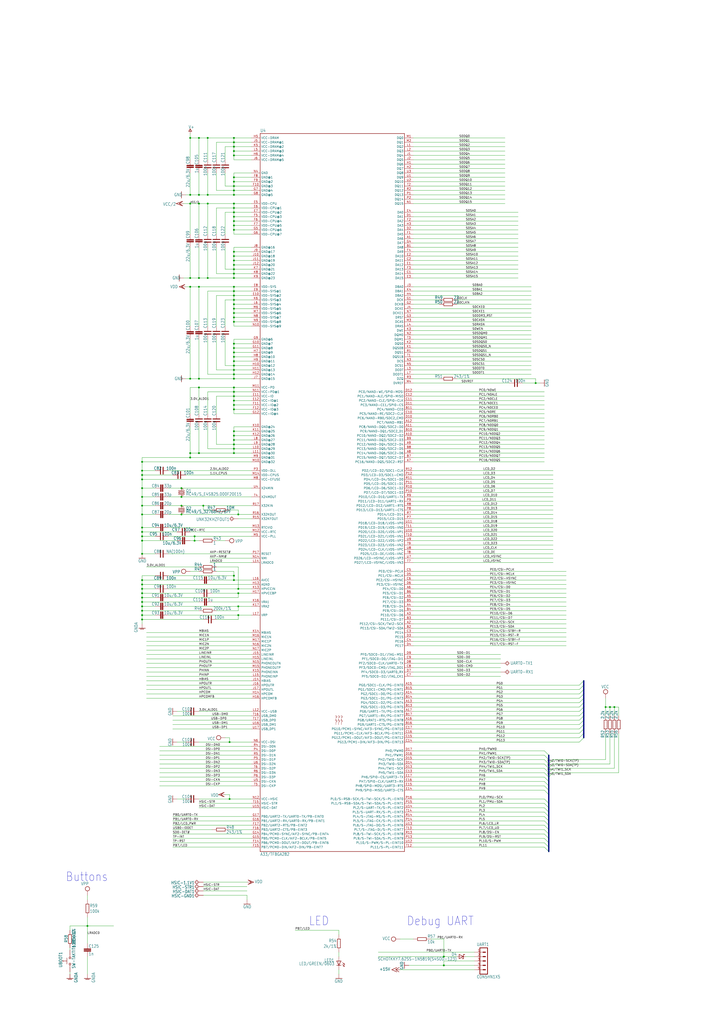
<source format=kicad_sch>
(kicad_sch (version 20231120) (generator "eeschema") (generator_version "8.0")
  (paper "A2" portrait)
  (junction (at 82.55 288.29))
  (junction (at 135.89 334.01))
  (junction (at 135.89 156.21))
  (junction (at 110.49 265.43))
  (junction (at 135.89 118.11))
  (junction (at 82.55 283.21))
  (junction (at 138.43 344.17))
  (junction (at 115.57 161.29))
  (junction (at 120.65 113.03))
  (junction (at 135.89 146.05))
  (junction (at 115.57 224.79))
  (junction (at 135.89 260.35))
  (junction (at 120.65 161.29))
  (junction (at 135.89 85.09))
  (junction (at 115.57 262.89))
  (junction (at 135.89 209.55))
  (junction (at 311.15 222.25))
  (junction (at 257.81 560.07))
  (junction (at 110.49 262.89))
  (junction (at 118.11 293.37))
  (junction (at 135.89 120.65))
  (junction (at 82.55 351.79))
  (junction (at 113.03 311.15))
  (junction (at 113.03 313.69))
  (junction (at 135.89 168.91))
  (junction (at 133.35 463.55))
  (junction (at 135.89 82.55))
  (junction (at 135.89 201.93))
  (junction (at 135.89 179.07))
  (junction (at 135.89 232.41))
  (junction (at 110.49 166.37))
  (junction (at 135.89 229.87))
  (junction (at 135.89 158.75))
  (junction (at 135.89 133.35))
  (junction (at 82.55 306.07))
  (junction (at 120.65 118.11))
  (junction (at 82.55 346.71))
  (junction (at 115.57 80.01))
  (junction (at 115.57 219.71))
  (junction (at 356.87 410.21))
  (junction (at 135.89 224.79))
  (junction (at 115.57 113.03))
  (junction (at 135.89 214.63))
  (junction (at 135.89 212.09))
  (junction (at 105.41 298.45))
  (junction (at 138.43 351.79))
  (junction (at 135.89 262.89))
  (junction (at 138.43 356.87))
  (junction (at 115.57 118.11))
  (junction (at 135.89 105.41))
  (junction (at 135.89 219.71))
  (junction (at 110.49 113.03))
  (junction (at 135.89 148.59))
  (junction (at 50.8 537.21))
  (junction (at 82.55 311.15))
  (junction (at 354.33 410.21))
  (junction (at 115.57 166.37))
  (junction (at 135.89 130.81))
  (junction (at 135.89 90.17))
  (junction (at 82.55 321.31))
  (junction (at 135.89 207.01))
  (junction (at 135.89 173.99))
  (junction (at 138.43 341.63))
  (junction (at 82.55 341.63))
  (junction (at 135.89 87.63))
  (junction (at 82.55 267.97))
  (junction (at 82.55 275.59))
  (junction (at 351.79 410.21))
  (junction (at 135.89 102.87))
  (junction (at 110.49 80.01))
  (junction (at 135.89 255.27))
  (junction (at 82.55 308.61))
  (junction (at 135.89 171.45))
  (junction (at 135.89 161.29))
  (junction (at 135.89 199.39))
  (junction (at 82.55 356.87))
  (junction (at 135.89 151.13))
  (junction (at 135.89 186.69))
  (junction (at 135.89 217.17))
  (junction (at 82.55 354.33))
  (junction (at 135.89 336.55))
  (junction (at 82.55 359.41))
  (junction (at 135.89 181.61))
  (junction (at 110.49 161.29))
  (junction (at 135.89 128.27))
  (junction (at 135.89 110.49))
  (junction (at 135.89 257.81))
  (junction (at 105.41 283.21))
  (junction (at 135.89 176.53))
  (junction (at 135.89 113.03))
  (junction (at 82.55 293.37))
  (junction (at 82.55 313.69))
  (junction (at 110.49 219.71))
  (junction (at 135.89 237.49))
  (junction (at 135.89 153.67))
  (junction (at 135.89 252.73))
  (junction (at 135.89 234.95))
  (junction (at 135.89 107.95))
  (junction (at 120.65 80.01))
  (junction (at 105.41 293.37))
  (junction (at 135.89 204.47))
  (junction (at 135.89 80.01))
  (junction (at 133.35 430.53))
  (junction (at 82.55 278.13))
  (junction (at 82.55 336.55))
  (junction (at 135.89 166.37))
  (junction (at 135.89 227.33))
  (junction (at 135.89 125.73))
  (junction (at 257.81 554.99))
  (junction (at 110.49 118.11))
  (junction (at 135.89 123.19))
  (junction (at 138.43 298.45))
  (junction (at 82.55 298.45))
  (junction (at 105.41 288.29))
  (junction (at 82.55 349.25))
  (junction (at 82.55 273.05))
  (junction (at 82.55 344.17))
  (junction (at 135.89 250.19))
  (junction (at 82.55 339.09))
  (junction (at 135.89 184.15))
  (bus_entry (at 336.55 427.99) (size 2.54 -2.54))
  (bus_entry (at 316.23 483.87) (size 2.54 2.54))
  (bus_entry (at 316.23 473.71) (size 2.54 2.54))
  (bus_entry (at 316.23 455.93) (size 2.54 2.54))
  (bus_entry (at 321.31 448.31) (size -2.54 2.54))
  (bus_entry (at 336.55 425.45) (size 2.54 -2.54))
  (bus_entry (at 316.23 450.85) (size 2.54 2.54))
  (bus_entry (at 316.23 453.39) (size 2.54 2.54))
  (bus_entry (at 321.31 445.77) (size -2.54 2.54))
  (bus_entry (at 336.55 430.53) (size 2.54 -2.54))
  (bus_entry (at 316.23 463.55) (size 2.54 2.54))
  (bus_entry (at 316.23 471.17) (size 2.54 2.54))
  (bus_entry (at 336.55 415.29) (size 2.54 -2.54))
  (bus_entry (at 336.55 417.83) (size 2.54 -2.54))
  (bus_entry (at 316.23 445.77) (size 2.54 2.54))
  (bus_entry (at 336.55 412.75) (size 2.54 -2.54))
  (bus_entry (at 316.23 443.23) (size 2.54 2.54))
  (bus_entry (at 316.23 491.49) (size 2.54 2.54))
  (bus_entry (at 316.23 481.33) (size 2.54 2.54))
  (bus_entry (at 336.55 420.37) (size 2.54 -2.54))
  (bus_entry (at 316.23 478.79) (size 2.54 2.54))
  (bus_entry (at 316.23 466.09) (size 2.54 2.54))
  (bus_entry (at 336.55 422.91) (size 2.54 -2.54))
  (bus_entry (at 316.23 435.61) (size 2.54 2.54))
  (bus_entry (at 316.23 448.31) (size 2.54 2.54))
  (bus_entry (at 316.23 440.69) (size 2.54 2.54))
  (bus_entry (at 316.23 488.95) (size 2.54 2.54))
  (bus_entry (at 336.55 400.05) (size 2.54 -2.54))
  (bus_entry (at 336.55 402.59) (size 2.54 -2.54))
  (bus_entry (at 316.23 486.41) (size 2.54 2.54))
  (bus_entry (at 321.31 443.23) (size -2.54 2.54))
  (bus_entry (at 321.31 440.69) (size -2.54 2.54))
  (bus_entry (at 316.23 476.25) (size 2.54 2.54))
  (bus_entry (at 316.23 438.15) (size 2.54 2.54))
  (bus_entry (at 336.55 407.67) (size 2.54 -2.54))
  (bus_entry (at 336.55 405.13) (size 2.54 -2.54))
  (bus_entry (at 316.23 468.63) (size 2.54 2.54))
  (bus_entry (at 316.23 458.47) (size 2.54 2.54))
  (bus_entry (at 336.55 410.21) (size 2.54 -2.54))
  (bus_entry (at 336.55 397.51) (size 2.54 -2.54))
  (wire (pts (xy 135.89 146.05) (xy 135.89 148.59)) (stroke (width 0.1524)))
  (wire (pts (xy 321.31 311.15) (xy 240.03 311.15)) (stroke (width 0.1524)))
  (wire (pts (xy 146.05 128.27) (xy 135.89 128.27)) (stroke (width 0.1524)))
  (wire (pts (xy 135.89 107.95) (xy 135.89 110.49)) (stroke (width 0.1524)))
  (wire (pts (xy 135.89 189.23) (xy 135.89 186.69)) (stroke (width 0.1524)))
  (wire (pts (xy 50.8 547.37) (xy 50.8 537.21)) (stroke (width 0.1524)))
  (wire (pts (xy 328.93 356.87) (xy 240.03 356.87)) (stroke (width 0.1524)))
  (wire (pts (xy 135.89 260.35) (xy 135.89 262.89)) (stroke (width 0.1524)))
  (wire (pts (xy 102.87 308.61) (xy 82.55 308.61)) (stroke (width 0.1524)))
  (wire (pts (xy 135.89 148.59) (xy 135.89 151.13)) (stroke (width 0.1524)))
  (wire (pts (xy 138.43 354.33) (xy 138.43 351.79)) (stroke (width 0.1524)))
  (wire (pts (xy 107.95 166.37) (xy 110.49 166.37)) (stroke (width 0.1524)))
  (wire (pts (xy 82.55 275.59) (xy 82.55 273.05)) (stroke (width 0.1524)))
  (wire (pts (xy 120.65 161.29) (xy 120.65 143.51)) (stroke (width 0.1524)))
  (wire (pts (xy 321.31 293.37) (xy 240.03 293.37)) (stroke (width 0.1524)))
  (wire (pts (xy 146.05 173.99) (xy 135.89 173.99)) (stroke (width 0.1524)))
  (wire (pts (xy 146.05 468.63) (xy 115.57 468.63)) (stroke (width 0.1524)))
  (wire (pts (xy 100.33 488.95) (xy 146.05 488.95)) (stroke (width 0.1524)))
  (wire (pts (xy 146.05 125.73) (xy 135.89 125.73)) (stroke (width 0.1524)))
  (wire (pts (xy 135.89 240.03) (xy 146.05 240.03)) (stroke (width 0.1524)))
  (wire (pts (xy 146.05 151.13) (xy 135.89 151.13)) (stroke (width 0.1524)))
  (wire (pts (xy 135.89 113.03) (xy 120.65 113.03)) (stroke (width 0.1524)))
  (wire (pts (xy 135.89 128.27) (xy 135.89 125.73)) (stroke (width 0.1524)))
  (wire (pts (xy 135.89 123.19) (xy 135.89 120.65)) (stroke (width 0.1524)))
  (wire (pts (xy 146.05 158.75) (xy 135.89 158.75)) (stroke (width 0.1524)))
  (wire (pts (xy 135.89 232.41) (xy 135.89 229.87)) (stroke (width 0.1524)))
  (wire (pts (xy 120.65 113.03) (xy 115.57 113.03)) (stroke (width 0.1524)))
  (wire (pts (xy 105.41 283.21) (xy 97.79 283.21)) (stroke (width 0.1524)))
  (wire (pts (xy 146.05 356.87) (xy 138.43 356.87)) (stroke (width 0.1524)))
  (wire (pts (xy 133.35 427.99) (xy 133.35 430.53)) (stroke (width 0.1524)))
  (wire (pts (xy 135.89 331.47) (xy 135.89 334.01)) (stroke (width 0.1524)))
  (wire (pts (xy 321.31 306.07) (xy 240.03 306.07)) (stroke (width 0.1524)))
  (bus (pts (xy 318.77 448.31) (xy 318.77 450.85)) (stroke (width 0.762)))
  (wire (pts (xy 135.89 260.35) (xy 120.65 260.35)) (stroke (width 0.1524)))
  (wire (pts (xy 115.57 100.33) (xy 115.57 113.03)) (stroke (width 0.1524)))
  (wire (pts (xy 336.55 430.53) (xy 240.03 430.53)) (stroke (width 0.1524)))
  (wire (pts (xy 135.89 209.55) (xy 135.89 212.09)) (stroke (width 0.1524)))
  (wire (pts (xy 82.55 298.45) (xy 82.55 306.07)) (stroke (width 0.1524)))
  (wire (pts (xy 275.59 560.07) (xy 257.81 560.07)) (stroke (width 0.1524)))
  (wire (pts (xy 102.87 412.75) (xy 107.95 412.75)) (stroke (width 0.1524)))
  (bus (pts (xy 318.77 466.09) (xy 318.77 468.63)) (stroke (width 0.762)))
  (wire (pts (xy 130.81 196.85) (xy 130.81 212.09)) (stroke (width 0.1524)))
  (wire (pts (xy 107.95 219.71) (xy 110.49 219.71)) (stroke (width 0.1524)))
  (wire (pts (xy 308.61 171.45) (xy 240.03 171.45)) (stroke (width 0.1524)))
  (wire (pts (xy 135.89 255.27) (xy 135.89 257.81)) (stroke (width 0.1524)))
  (wire (pts (xy 135.89 173.99) (xy 135.89 171.45)) (stroke (width 0.1524)))
  (wire (pts (xy 311.15 222.25) (xy 303.53 222.25)) (stroke (width 0.1524)))
  (wire (pts (xy 146.05 491.49) (xy 100.33 491.49)) (stroke (width 0.1524)))
  (wire (pts (xy 321.31 290.83) (xy 240.03 290.83)) (stroke (width 0.1524)))
  (wire (pts (xy 125.73 328.93) (xy 138.43 328.93)) (stroke (width 0.1524)))
  (wire (pts (xy 336.55 420.37) (xy 240.03 420.37)) (stroke (width 0.1524)))
  (wire (pts (xy 97.79 351.79) (xy 138.43 351.79)) (stroke (width 0.1524)))
  (wire (pts (xy 146.05 476.25) (xy 100.33 476.25)) (stroke (width 0.1524)))
  (wire (pts (xy 135.89 247.65) (xy 146.05 247.65)) (stroke (width 0.1524)))
  (wire (pts (xy 130.81 427.99) (xy 133.35 427.99)) (stroke (width 0.1524)))
  (wire (pts (xy 143.51 521.97) (xy 143.51 519.43)) (stroke (width 0.1524)))
  (wire (pts (xy 135.89 179.07) (xy 135.89 176.53)) (stroke (width 0.1524)))
  (wire (pts (xy 316.23 232.41) (xy 240.03 232.41)) (stroke (width 0.1524)))
  (wire (pts (xy 135.89 133.35) (xy 135.89 130.81)) (stroke (width 0.1524)))
  (wire (pts (xy 82.55 293.37) (xy 82.55 288.29)) (stroke (width 0.1524)))
  (wire (pts (xy 143.51 514.35) (xy 118.11 514.35)) (stroke (width 0.1524)))
  (bus (pts (xy 318.77 445.77) (xy 318.77 448.31)) (stroke (width 0.762)))
  (wire (pts (xy 146.05 153.67) (xy 135.89 153.67)) (stroke (width 0.1524)))
  (wire (pts (xy 120.65 189.23) (xy 120.65 168.91)) (stroke (width 0.1524)))
  (bus (pts (xy 318.77 468.63) (xy 318.77 471.17)) (stroke (width 0.762)))
  (wire (pts (xy 308.61 166.37) (xy 240.03 166.37)) (stroke (width 0.1524)))
  (wire (pts (xy 135.89 125.73) (xy 135.89 123.19)) (stroke (width 0.1524)))
  (wire (pts (xy 135.89 158.75) (xy 135.89 161.29)) (stroke (width 0.1524)))
  (wire (pts (xy 110.49 161.29) (xy 110.49 143.51)) (stroke (width 0.1524)))
  (wire (pts (xy 146.05 478.79) (xy 100.33 478.79)) (stroke (width 0.1524)))
  (wire (pts (xy 240.03 384.81) (xy 290.83 384.81)) (stroke (width 0.1524)))
  (wire (pts (xy 82.55 306.07) (xy 82.55 308.61)) (stroke (width 0.1524)))
  (wire (pts (xy 240.03 417.83) (xy 336.55 417.83)) (stroke (width 0.1524)))
  (wire (pts (xy 293.37 105.41) (xy 240.03 105.41)) (stroke (width 0.1524)))
  (wire (pts (xy 50.8 537.21) (xy 66.04 537.21)) (stroke (width 0.1524)))
  (wire (pts (xy 135.89 135.89) (xy 135.89 133.35)) (stroke (width 0.1524)))
  (wire (pts (xy 240.03 486.41) (xy 316.23 486.41)) (stroke (width 0.1524)))
  (wire (pts (xy 232.41 562.61) (xy 275.59 562.61)) (stroke (width 0.1524)))
  (wire (pts (xy 359.41 410.21) (xy 359.41 415.29)) (stroke (width 0.1524)))
  (bus (pts (xy 318.77 438.15) (xy 318.77 440.69)) (stroke (width 0.762)))
  (wire (pts (xy 120.65 168.91) (xy 135.89 168.91)) (stroke (width 0.1524)))
  (wire (pts (xy 300.99 123.19) (xy 240.03 123.19)) (stroke (width 0.1524)))
  (wire (pts (xy 308.61 184.15) (xy 240.03 184.15)) (stroke (width 0.1524)))
  (wire (pts (xy 115.57 313.69) (xy 113.03 313.69)) (stroke (width 0.1524)))
  (wire (pts (xy 146.05 85.09) (xy 135.89 85.09)) (stroke (width 0.1524)))
  (wire (pts (xy 336.55 400.05) (xy 240.03 400.05)) (stroke (width 0.1524)))
  (wire (pts (xy 135.89 107.95) (xy 130.81 107.95)) (stroke (width 0.1524)))
  (wire (pts (xy 146.05 267.97) (xy 82.55 267.97)) (stroke (width 0.1524)))
  (wire (pts (xy 321.31 440.69) (xy 351.79 440.69)) (stroke (width 0.1524)))
  (wire (pts (xy 240.03 80.01) (xy 293.37 80.01)) (stroke (width 0.1524)))
  (wire (pts (xy 135.89 171.45) (xy 135.89 168.91)) (stroke (width 0.1524)))
  (wire (pts (xy 110.49 262.89) (xy 115.57 262.89)) (stroke (width 0.1524)))
  (wire (pts (xy 115.57 118.11) (xy 110.49 118.11)) (stroke (width 0.1524)))
  (wire (pts (xy 110.49 80.01) (xy 110.49 77.47)) (stroke (width 0.1524)))
  (wire (pts (xy 135.89 158.75) (xy 125.73 158.75)) (stroke (width 0.1524)))
  (wire (pts (xy 293.37 107.95) (xy 240.03 107.95)) (stroke (width 0.1524)))
  (wire (pts (xy 240.03 463.55) (xy 316.23 463.55)) (stroke (width 0.1524)))
  (wire (pts (xy 196.85 554.99) (xy 196.85 552.45)) (stroke (width 0.1524)))
  (wire (pts (xy 97.79 341.63) (xy 138.43 341.63)) (stroke (width 0.1524)))
  (wire (pts (xy 328.93 354.33) (xy 240.03 354.33)) (stroke (width 0.1524)))
  (wire (pts (xy 146.05 118.11) (xy 135.89 118.11)) (stroke (width 0.1524)))
  (wire (pts (xy 240.03 379.73) (xy 290.83 379.73)) (stroke (width 0.1524)))
  (bus (pts (xy 339.09 422.91) (xy 339.09 420.37)) (stroke (width 0.762)))
  (wire (pts (xy 50.8 537.21) (xy 40.64 537.21)) (stroke (width 0.1524)))
  (wire (pts (xy 359.41 448.31) (xy 359.41 425.45)) (stroke (width 0.1524)))
  (wire (pts (xy 146.05 224.79) (xy 135.89 224.79)) (stroke (width 0.1524)))
  (wire (pts (xy 138.43 341.63) (xy 146.05 341.63)) (stroke (width 0.1524)))
  (wire (pts (xy 146.05 168.91) (xy 135.89 168.91)) (stroke (width 0.1524)))
  (wire (pts (xy 308.61 186.69) (xy 240.03 186.69)) (stroke (width 0.1524)))
  (wire (pts (xy 146.05 214.63) (xy 135.89 214.63)) (stroke (width 0.1524)))
  (wire (pts (xy 336.55 425.45) (xy 240.03 425.45)) (stroke (width 0.1524)))
  (bus (pts (xy 339.09 402.59) (xy 339.09 400.05)) (stroke (width 0.762)))
  (wire (pts (xy 240.03 397.51) (xy 336.55 397.51)) (stroke (width 0.1524)))
  (wire (pts (xy 125.73 120.65) (xy 125.73 135.89)) (stroke (width 0.1524)))
  (wire (pts (xy 321.31 445.77) (xy 356.87 445.77)) (stroke (width 0.1524)))
  (wire (pts (xy 50.8 565.15) (xy 50.8 554.99)) (stroke (width 0.1524)))
  (wire (pts (xy 90.17 311.15) (xy 82.55 311.15)) (stroke (width 0.1524)))
  (wire (pts (xy 146.05 402.59) (xy 85.09 402.59)) (stroke (width 0.1524)))
  (wire (pts (xy 135.89 234.95) (xy 146.05 234.95)) (stroke (width 0.1524)))
  (wire (pts (xy 146.05 453.39) (xy 92.71 453.39)) (stroke (width 0.1524)))
  (wire (pts (xy 240.03 491.49) (xy 316.23 491.49)) (stroke (width 0.1524)))
  (wire (pts (xy 107.95 113.03) (xy 110.49 113.03)) (stroke (width 0.1524)))
  (wire (pts (xy 146.05 278.13) (xy 82.55 278.13)) (stroke (width 0.1524)))
  (wire (pts (xy 146.05 377.19) (xy 85.09 377.19)) (stroke (width 0.1524)))
  (wire (pts (xy 146.05 90.17) (xy 135.89 90.17)) (stroke (width 0.1524)))
  (wire (pts (xy 316.23 245.11) (xy 240.03 245.11)) (stroke (width 0.1524)))
  (wire (pts (xy 106.68 118.11) (xy 110.49 118.11)) (stroke (width 0.1524)))
  (wire (pts (xy 308.61 199.39) (xy 240.03 199.39)) (stroke (width 0.1524)))
  (wire (pts (xy 118.11 359.41) (xy 82.55 359.41)) (stroke (width 0.1524)))
  (wire (pts (xy 110.49 113.03) (xy 110.49 100.33)) (stroke (width 0.1524)))
  (wire (pts (xy 308.61 217.17) (xy 240.03 217.17)) (stroke (width 0.1524)))
  (wire (pts (xy 146.05 344.17) (xy 138.43 344.17)) (stroke (width 0.1524)))
  (wire (pts (xy 120.65 80.01) (xy 115.57 80.01)) (stroke (width 0.1524)))
  (wire (pts (xy 321.31 285.75) (xy 240.03 285.75)) (stroke (width 0.1524)))
  (wire (pts (xy 135.89 229.87) (xy 125.73 229.87)) (stroke (width 0.1524)))
  (wire (pts (xy 336.55 422.91) (xy 240.03 422.91)) (stroke (width 0.1524)))
  (wire (pts (xy 115.57 219.71) (xy 110.49 219.71)) (stroke (width 0.1524)))
  (wire (pts (xy 351.79 415.29) (xy 351.79 410.21)) (stroke (width 0.1524)))
  (bus (pts (xy 318.77 483.87) (xy 318.77 486.41)) (stroke (width 0.762)))
  (wire (pts (xy 255.27 173.99) (xy 240.03 173.99)) (stroke (width 0.1524)))
  (wire (pts (xy 146.05 113.03) (xy 135.89 113.03)) (stroke (width 0.1524)))
  (wire (pts (xy 135.89 102.87) (xy 135.89 100.33)) (stroke (width 0.1524)))
  (wire (pts (xy 316.23 468.63) (xy 240.03 468.63)) (stroke (width 0.1524)))
  (wire (pts (xy 146.05 394.97) (xy 85.09 394.97)) (stroke (width 0.1524)))
  (wire (pts (xy 336.55 405.13) (xy 240.03 405.13)) (stroke (width 0.1524)))
  (wire (pts (xy 82.55 354.33) (xy 82.55 351.79)) (stroke (width 0.1524)))
  (wire (pts (xy 146.05 372.11) (xy 85.09 372.11)) (stroke (width 0.1524)))
  (wire (pts (xy 308.61 207.01) (xy 240.03 207.01)) (stroke (width 0.1524)))
  (wire (pts (xy 146.05 161.29) (xy 135.89 161.29)) (stroke (width 0.1524)))
  (wire (pts (xy 115.57 262.89) (xy 115.57 247.65)) (stroke (width 0.1524)))
  (wire (pts (xy 146.05 217.17) (xy 135.89 217.17)) (stroke (width 0.1524)))
  (bus (pts (xy 339.09 427.99) (xy 339.09 425.45)) (stroke (width 0.762)))
  (wire (pts (xy 130.81 212.09) (xy 135.89 212.09)) (stroke (width 0.1524)))
  (wire (pts (xy 308.61 204.47) (xy 240.03 204.47)) (stroke (width 0.1524)))
  (wire (pts (xy 293.37 113.03) (xy 240.03 113.03)) (stroke (width 0.1524)))
  (wire (pts (xy 146.05 481.33) (xy 133.35 481.33)) (stroke (width 0.1524)))
  (wire (pts (xy 135.89 250.19) (xy 146.05 250.19)) (stroke (width 0.1524)))
  (wire (pts (xy 40.64 565.15) (xy 40.64 563.88)) (stroke (width 0.1524)))
  (bus (pts (xy 339.09 425.45) (xy 339.09 422.91)) (stroke (width 0.762)))
  (wire (pts (xy 232.41 544.83) (xy 240.03 544.83)) (stroke (width 0.1524)))
  (wire (pts (xy 308.61 189.23) (xy 240.03 189.23)) (stroke (width 0.1524)))
  (wire (pts (xy 135.89 181.61) (xy 135.89 179.07)) (stroke (width 0.1524)))
  (wire (pts (xy 135.89 161.29) (xy 120.65 161.29)) (stroke (width 0.1524)))
  (wire (pts (xy 146.05 229.87) (xy 135.89 229.87)) (stroke (width 0.1524)))
  (wire (pts (xy 115.57 92.71) (xy 115.57 80.01)) (stroke (width 0.1524)))
  (wire (pts (xy 105.41 293.37) (xy 118.11 293.37)) (stroke (width 0.1524)))
  (wire (pts (xy 115.57 166.37) (xy 110.49 166.37)) (stroke (width 0.1524)))
  (wire (pts (xy 138.43 359.41) (xy 138.43 356.87)) (stroke (width 0.1524)))
  (wire (pts (xy 90.17 356.87) (xy 82.55 356.87)) (stroke (width 0.1524)))
  (wire (pts (xy 135.89 199.39) (xy 135.89 201.93)) (stroke (width 0.1524)))
  (wire (pts (xy 146.05 400.05) (xy 85.09 400.05)) (stroke (width 0.1524)))
  (wire (pts (xy 146.05 450.85) (xy 92.71 450.85)) (stroke (width 0.1524)))
  (wire (pts (xy 105.41 298.45) (xy 138.43 298.45)) (stroke (width 0.1524)))
  (wire (pts (xy 293.37 90.17) (xy 240.03 90.17)) (stroke (width 0.1524)))
  (wire (pts (xy 135.89 85.09) (xy 135.89 82.55)) (stroke (width 0.1524)))
  (wire (pts (xy 351.79 440.69) (xy 351.79 425.45)) (stroke (width 0.1524)))
  (wire (pts (xy 113.03 313.69) (xy 113.03 311.15)) (stroke (width 0.1524)))
  (wire (pts (xy 321.31 308.61) (xy 240.03 308.61)) (stroke (width 0.1524)))
  (wire (pts (xy 146.05 448.31) (xy 92.71 448.31)) (stroke (width 0.1524)))
  (wire (pts (xy 316.23 473.71) (xy 240.03 473.71)) (stroke (width 0.1524)))
  (wire (pts (xy 82.55 298.45) (xy 82.55 293.37)) (stroke (width 0.1524)))
  (wire (pts (xy 300.99 138.43) (xy 240.03 138.43)) (stroke (width 0.1524)))
  (wire (pts (xy 321.31 326.39) (xy 240.03 326.39)) (stroke (width 0.1524)))
  (wire (pts (xy 146.05 100.33) (xy 135.89 100.33)) (stroke (width 0.1524)))
  (wire (pts (xy 257.81 557.53) (xy 257.81 560.07)) (stroke (width 0.1524)))
  (wire (pts (xy 82.55 288.29) (xy 82.55 283.21)) (stroke (width 0.1524)))
  (wire (pts (xy 143.51 516.89) (xy 118.11 516.89)) (stroke (width 0.1524)))
  (wire (pts (xy 316.23 227.33) (xy 240.03 227.33)) (stroke (width 0.1524)))
  (wire (pts (xy 240.03 387.35) (xy 290.83 387.35)) (stroke (width 0.1524)))
  (wire (pts (xy 85.09 369.57) (xy 146.05 369.57)) (stroke (width 0.1524)))
  (wire (pts (xy 146.05 387.35) (xy 85.09 387.35)) (stroke (width 0.1524)))
  (wire (pts (xy 240.03 445.77) (xy 316.23 445.77)) (stroke (width 0.1524)))
  (wire (pts (xy 102.87 463.55) (xy 107.95 463.55)) (stroke (width 0.1524)))
  (wire (pts (xy 135.89 229.87) (xy 135.89 227.33)) (stroke (width 0.1524)))
  (bus (pts (xy 318.77 461.01) (xy 318.77 466.09)) (stroke (width 0.762)))
  (wire (pts (xy 321.31 298.45) (xy 240.03 298.45)) (stroke (width 0.1524)))
  (wire (pts (xy 146.05 417.83) (xy 100.33 417.83)) (stroke (width 0.1524)))
  (wire (pts (xy 308.61 196.85) (xy 240.03 196.85)) (stroke (width 0.1524)))
  (wire (pts (xy 321.31 321.31) (xy 240.03 321.31)) (stroke (width 0.1524)))
  (wire (pts (xy 146.05 438.15) (xy 92.71 438.15)) (stroke (width 0.1524)))
  (wire (pts (xy 295.91 222.25) (xy 240.03 222.25)) (stroke (width 0.1524)))
  (wire (pts (xy 300.99 153.67) (xy 240.03 153.67)) (stroke (width 0.1524)))
  (wire (pts (xy 146.05 466.09) (xy 115.57 466.09)) (stroke (width 0.1524)))
  (wire (pts (xy 146.05 257.81) (xy 135.89 257.81)) (stroke (width 0.1524)))
  (bus (pts (xy 339.09 415.29) (xy 339.09 412.75)) (stroke (width 0.762)))
  (wire (pts (xy 115.57 336.55) (xy 82.55 336.55)) (stroke (width 0.1524)))
  (wire (pts (xy 293.37 82.55) (xy 240.03 82.55)) (stroke (width 0.1524)))
  (wire (pts (xy 135.89 143.51) (xy 135.89 146.05)) (stroke (width 0.1524)))
  (wire (pts (xy 82.55 344.17) (xy 82.55 346.71)) (stroke (width 0.1524)))
  (wire (pts (xy 97.79 311.15) (xy 113.03 311.15)) (stroke (width 0.1524)))
  (wire (pts (xy 125.73 171.45) (xy 135.89 171.45)) (stroke (width 0.1524)))
  (wire (pts (xy 328.93 372.11) (xy 240.03 372.11)) (stroke (width 0.1524)))
  (wire (pts (xy 97.79 306.07) (xy 146.05 306.07)) (stroke (width 0.1524)))
  (wire (pts (xy 146.05 87.63) (xy 135.89 87.63)) (stroke (width 0.1524)))
  (wire (pts (xy 146.05 204.47) (xy 135.89 204.47)) (stroke (width 0.1524)))
  (wire (pts (xy 146.05 120.65) (xy 135.89 120.65)) (stroke (width 0.1524)))
  (wire (pts (xy 146.05 133.35) (xy 135.89 133.35)) (stroke (width 0.1524)))
  (wire (pts (xy 133.35 430.53) (xy 146.05 430.53)) (stroke (width 0.1524)))
  (wire (pts (xy 255.27 219.71) (xy 240.03 219.71)) (stroke (width 0.1524)))
  (wire (pts (xy 146.05 181.61) (xy 135.89 181.61)) (stroke (width 0.1524)))
  (wire (pts (xy 354.33 415.29) (xy 354.33 410.21)) (stroke (width 0.1524)))
  (wire (pts (xy 50.8 519.43) (xy 50.8 521.97)) (stroke (width 0.1524)))
  (wire (pts (xy 135.89 123.19) (xy 130.81 123.19)) (stroke (width 0.1524)))
  (bus (pts (xy 318.77 476.25) (xy 318.77 478.79)) (stroke (width 0.762)))
  (wire (pts (xy 328.93 336.55) (xy 240.03 336.55)) (stroke (width 0.1524)))
  (wire (pts (xy 321.31 318.77) (xy 240.03 318.77)) (stroke (width 0.1524)))
  (wire (pts (xy 120.65 260.35) (xy 120.65 247.65)) (stroke (width 0.1524)))
  (wire (pts (xy 308.61 212.09) (xy 240.03 212.09)) (stroke (width 0.1524)))
  (wire (pts (xy 135.89 227.33) (xy 120.65 227.33)) (stroke (width 0.1524)))
  (wire (pts (xy 219.71 554.99) (xy 257.81 554.99)) (stroke (width 0.1524)))
  (wire (pts (xy 300.99 130.81) (xy 240.03 130.81)) (stroke (width 0.1524)))
  (wire (pts (xy 130.81 107.95) (xy 130.81 100.33)) (stroke (width 0.1524)))
  (wire (pts (xy 146.05 166.37) (xy 135.89 166.37)) (stroke (width 0.1524)))
  (wire (pts (xy 146.05 440.69) (xy 92.71 440.69)) (stroke (width 0.1524)))
  (wire (pts (xy 240.03 392.43) (xy 290.83 392.43)) (stroke (width 0.1524)))
  (wire (pts (xy 143.51 511.81) (xy 118.11 511.81)) (stroke (width 0.1524)))
  (wire (pts (xy 118.11 295.91) (xy 118.11 293.37)) (stroke (width 0.1524)))
  (wire (pts (xy 316.23 234.95) (xy 240.03 234.95)) (stroke (width 0.1524)))
  (wire (pts (xy 308.61 191.77) (xy 240.03 191.77)) (stroke (width 0.1524)))
  (bus (pts (xy 318.77 488.95) (xy 318.77 491.49)) (stroke (width 0.762)))
  (wire (pts (xy 97.79 356.87) (xy 138.43 356.87)) (stroke (width 0.1524)))
  (wire (pts (xy 328.93 369.57) (xy 240.03 369.57)) (stroke (width 0.1524)))
  (wire (pts (xy 135.89 90.17) (xy 135.89 87.63)) (stroke (width 0.1524)))
  (wire (pts (xy 293.37 115.57) (xy 240.03 115.57)) (stroke (width 0.1524)))
  (wire (pts (xy 316.23 242.57) (xy 240.03 242.57)) (stroke (width 0.1524)))
  (wire (pts (xy 82.55 346.71) (xy 82.55 349.25)) (stroke (width 0.1524)))
  (wire (pts (xy 113.03 311.15) (xy 146.05 311.15)) (stroke (width 0.1524)))
  (wire (pts (xy 146.05 143.51) (xy 135.89 143.51)) (stroke (width 0.1524)))
  (wire (pts (xy 135.89 212.09) (xy 135.89 214.63)) (stroke (width 0.1524)))
  (bus (pts (xy 318.77 440.69) (xy 318.77 443.23)) (stroke (width 0.762)))
  (wire (pts (xy 130.81 461.01) (xy 133.35 461.01)) (stroke (width 0.1524)))
  (wire (pts (xy 146.05 102.87) (xy 135.89 102.87)) (stroke (width 0.1524)))
  (wire (pts (xy 146.05 415.29) (xy 100.33 415.29)) (stroke (width 0.1524)))
  (wire (pts (xy 146.05 176.53) (xy 135.89 176.53)) (stroke (width 0.1524)))
  (wire (pts (xy 135.89 257.81) (xy 135.89 260.35)) (stroke (width 0.1524)))
  (bus (pts (xy 318.77 473.71) (xy 318.77 476.25)) (stroke (width 0.762)))
  (wire (pts (xy 316.23 255.27) (xy 240.03 255.27)) (stroke (width 0.1524)))
  (wire (pts (xy 146.05 339.09) (xy 82.55 339.09)) (stroke (width 0.1524)))
  (wire (pts (xy 125.73 196.85) (xy 125.73 214.63)) (stroke (width 0.1524)))
  (wire (pts (xy 316.23 250.19) (xy 240.03 250.19)) (stroke (width 0.1524)))
  (wire (pts (xy 135.89 247.65) (xy 135.89 250.19)) (stroke (width 0.1524)))
  (wire (pts (xy 316.23 471.17) (xy 240.03 471.17)) (stroke (width 0.1524)))
  (wire (pts (xy 240.03 488.95) (xy 316.23 488.95)) (stroke (width 0.1524)))
  (wire (pts (xy 300.99 148.59) (xy 240.03 148.59)) (stroke (width 0.1524)))
  (wire (pts (xy 146.05 135.89) (xy 135.89 135.89)) (stroke (width 0.1524)))
  (wire (pts (xy 328.93 344.17) (xy 240.03 344.17)) (stroke (width 0.1524)))
  (wire (pts (xy 146.05 349.25) (xy 123.19 349.25)) (stroke (width 0.1524)))
  (wire (pts (xy 146.05 107.95) (xy 135.89 107.95)) (stroke (width 0.1524)))
  (wire (pts (xy 328.93 351.79) (xy 240.03 351.79)) (stroke (width 0.1524)))
  (wire (pts (xy 240.03 448.31) (xy 316.23 448.31)) (stroke (width 0.1524)))
  (wire (pts (xy 146.05 473.71) (xy 100.33 473.71)) (stroke (width 0.1524)))
  (wire (pts (xy 130.81 156.21) (xy 130.81 143.51)) (stroke (width 0.1524)))
  (wire (pts (xy 328.93 331.47) (xy 240.03 331.47)) (stroke (width 0.1524)))
  (wire (pts (xy 135.89 186.69) (xy 135.89 184.15)) (stroke (width 0.1524)))
  (wire (pts (xy 130.81 173.99) (xy 135.89 173.99)) (stroke (width 0.1524)))
  (wire (pts (xy 115.57 161.29) (xy 110.49 161.29)) (stroke (width 0.1524)))
  (wire (pts (xy 105.41 288.29) (xy 97.79 288.29)) (stroke (width 0.1524)))
  (wire (pts (xy 293.37 118.11) (xy 240.03 118.11)) (stroke (width 0.1524)))
  (wire (pts (xy 118.11 293.37) (xy 146.05 293.37)) (stroke (width 0.1524)))
  (wire (pts (xy 133.35 295.91) (xy 138.43 295.91)) (stroke (width 0.1524)))
  (wire (pts (xy 100.33 275.59) (xy 82.55 275.59)) (stroke (width 0.1524)))
  (wire (pts (xy 146.05 422.91) (xy 100.33 422.91)) (stroke (width 0.1524)))
  (wire (pts (xy 146.05 179.07) (xy 135.89 179.07)) (stroke (width 0.1524)))
  (wire (pts (xy 135.89 82.55) (xy 125.73 82.55)) (stroke (width 0.1524)))
  (wire (pts (xy 328.93 341.63) (xy 240.03 341.63)) (stroke (width 0.1524)))
  (wire (pts (xy 240.03 389.89) (xy 290.83 389.89)) (stroke (width 0.1524)))
  (wire (pts (xy 135.89 240.03) (xy 135.89 237.49)) (stroke (width 0.1524)))
  (wire (pts (xy 146.05 186.69) (xy 135.89 186.69)) (stroke (width 0.1524)))
  (wire (pts (xy 135.89 224.79) (xy 115.57 224.79)) (stroke (width 0.1524)))
  (wire (pts (xy 265.43 173.99) (xy 308.61 173.99)) (stroke (width 0.1524)))
  (wire (pts (xy 135.89 262.89) (xy 115.57 262.89)) (stroke (width 0.1524)))
  (wire (pts (xy 135.89 219.71) (xy 115.57 219.71)) (stroke (width 0.1524)))
  (wire (pts (xy 115.57 113.03) (xy 110.49 113.03)) (stroke (width 0.1524)))
  (wire (pts (xy 146.05 389.89) (xy 85.09 389.89)) (stroke (width 0.1524)))
  (wire (pts (xy 135.89 207.01) (xy 135.89 209.55)) (stroke (width 0.1524)))
  (wire (pts (xy 293.37 110.49) (xy 240.03 110.49)) (stroke (width 0.1524)))
  (wire (pts (xy 146.05 420.37) (xy 100.33 420.37)) (stroke (width 0.1524)))
  (wire (pts (xy 105.41 283.21) (xy 146.05 283.21)) (stroke (width 0.1524)))
  (wire (pts (xy 308.61 194.31) (xy 240.03 194.31)) (stroke (width 0.1524)))
  (wire (pts (xy 240.03 466.09) (xy 316.23 466.09)) (stroke (width 0.1524)))
  (wire (pts (xy 135.89 255.27) (xy 146.05 255.27)) (stroke (width 0.1524)))
  (wire (pts (xy 316.23 478.79) (xy 240.03 478.79)) (stroke (width 0.1524)))
  (wire (pts (xy 316.23 237.49) (xy 240.03 237.49)) (stroke (width 0.1524)))
  (wire (pts (xy 351.79 410.21) (xy 354.33 410.21)) (stroke (width 0.1524)))
  (wire (pts (xy 316.23 481.33) (xy 240.03 481.33)) (stroke (width 0.1524)))
  (wire (pts (xy 135.89 156.21) (xy 135.89 158.75)) (stroke (width 0.1524)))
  (wire (pts (xy 135.89 120.65) (xy 125.73 120.65)) (stroke (width 0.1524)))
  (wire (pts (xy 120.65 161.29) (xy 115.57 161.29)) (stroke (width 0.1524)))
  (wire (pts (xy 240.03 427.99) (xy 336.55 427.99)) (stroke (width 0.1524)))
  (wire (pts (xy 257.81 544.83) (xy 257.81 554.99)) (stroke (width 0.1524)))
  (wire (pts (xy 308.61 179.07) (xy 240.03 179.07)) (stroke (width 0.1524)))
  (wire (pts (xy 135.89 237.49) (xy 146.05 237.49)) (stroke (width 0.1524)))
  (wire (pts (xy 316.23 252.73) (xy 240.03 252.73)) (stroke (width 0.1524)))
  (wire (pts (xy 135.89 92.71) (xy 135.89 90.17)) (stroke (width 0.1524)))
  (wire (pts (xy 120.65 118.11) (xy 120.65 135.89)) (stroke (width 0.1524)))
  (wire (pts (xy 321.31 278.13) (xy 240.03 278.13)) (stroke (width 0.1524)))
  (wire (pts (xy 321.31 288.29) (xy 240.03 288.29)) (stroke (width 0.1524)))
  (wire (pts (xy 328.93 364.49) (xy 240.03 364.49)) (stroke (width 0.1524)))
  (wire (pts (xy 146.05 184.15) (xy 135.89 184.15)) (stroke (width 0.1524)))
  (wire (pts (xy 293.37 100.33) (xy 240.03 100.33)) (stroke (width 0.1524)))
  (wire (pts (xy 300.99 143.51) (xy 240.03 143.51)) (stroke (width 0.1524)))
  (wire (pts (xy 115.57 412.75) (xy 146.05 412.75)) (stroke (width 0.1524)))
  (wire (pts (xy 300.99 135.89) (xy 240.03 135.89)) (stroke (width 0.1524)))
  (wire (pts (xy 105.41 288.29) (xy 146.05 288.29)) (stroke (width 0.1524)))
  (wire (pts (xy 105.41 293.37) (xy 97.79 293.37)) (stroke (width 0.1524)))
  (wire (pts (xy 257.81 554.99) (xy 265.43 554.99)) (stroke (width 0.1524)))
  (wire (pts (xy 146.05 148.59) (xy 135.89 148.59)) (stroke (width 0.1524)))
  (wire (pts (xy 146.05 405.13) (xy 85.09 405.13)) (stroke (width 0.1524)))
  (wire (pts (xy 146.05 146.05) (xy 135.89 146.05)) (stroke (width 0.1524)))
  (wire (pts (xy 354.33 443.23) (xy 354.33 425.45)) (stroke (width 0.1524)))
  (wire (pts (xy 82.55 351.79) (xy 82.55 349.25)) (stroke (width 0.1524)))
  (wire (pts (xy 82.55 275.59) (xy 82.55 278.13)) (stroke (width 0.1524)))
  (wire (pts (xy 146.05 199.39) (xy 135.89 199.39)) (stroke (width 0.1524)))
  (wire (pts (xy 130.81 189.23) (xy 130.81 173.99)) (stroke (width 0.1524)))
  (wire (pts (xy 110.49 219.71) (xy 110.49 196.85)) (stroke (width 0.1524)))
  (wire (pts (xy 115.57 80.01) (xy 110.49 80.01)) (stroke (width 0.1524)))
  (wire (pts (xy 321.31 313.69) (xy 240.03 313.69)) (stroke (width 0.1524)))
  (wire (pts (xy 146.05 209.55) (xy 135.89 209.55)) (stroke (width 0.1524)))
  (wire (pts (xy 196.85 539.75) (xy 171.45 539.75)) (stroke (width 0.1524)))
  (wire (pts (xy 115.57 118.11) (xy 115.57 135.89)) (stroke (width 0.1524)))
  (wire (pts (xy 90.17 346.71) (xy 82.55 346.71)) (stroke (width 0.1524)))
  (wire (pts (xy 321.31 323.85) (xy 240.03 323.85)) (stroke (width 0.1524)))
  (wire (pts (xy 90.17 288.29) (xy 82.55 288.29)) (stroke (width 0.1524)))
  (wire (pts (xy 311.15 219.71) (xy 265.43 219.71)) (stroke (width 0.1524)))
  (wire (pts (xy 321.31 316.23) (xy 240.03 316.23)) (stroke (width 0.1524)))
  (wire (pts (xy 82.55 308.61) (xy 82.55 311.15)) (stroke (width 0.1524)))
  (wire (pts (xy 105.41 298.45) (xy 97.79 298.45)) (stroke (width 0.1524)))
  (wire (pts (xy 300.99 158.75) (xy 240.03 158.75)) (stroke (width 0.1524)))
  (wire (pts (xy 115.57 430.53) (xy 133.35 430.53)) (stroke (width 0.1524)))
  (bus (pts (xy 339.09 420.37) (xy 339.09 417.83)) (stroke (width 0.762)))
  (wire (pts (xy 308.61 201.93) (xy 240.03 201.93)) (stroke (width 0.1524)))
  (wire (pts (xy 146.05 105.41) (xy 135.89 105.41)) (stroke (width 0.1524)))
  (wire (pts (xy 110.49 308.61) (xy 146.05 308.61)) (stroke (width 0.1524)))
  (wire (pts (xy 311.15 222.25) (xy 311.15 219.71)) (stroke (width 0.1524)))
  (wire (pts (xy 328.93 367.03) (xy 240.03 367.03)) (stroke (width 0.1524)))
  (wire (pts (xy 97.79 346.71) (xy 138.43 346.71)) (stroke (width 0.1524)))
  (wire (pts (xy 50.8 537.21) (xy 50.8 532.13)) (stroke (width 0.1524)))
  (wire (pts (xy 82.55 341.63) (xy 82.55 344.17)) (stroke (width 0.1524)))
  (wire (pts (xy 125.73 189.23) (xy 125.73 171.45)) (stroke (width 0.1524)))
  (wire (pts (xy 135.89 110.49) (xy 125.73 110.49)) (stroke (width 0.1524)))
  (wire (pts (xy 135.89 184.15) (xy 135.89 181.61)) (stroke (width 0.1524)))
  (wire (pts (xy 125.73 214.63) (xy 135.89 214.63)) (stroke (width 0.1524)))
  (wire (pts (xy 90.17 273.05) (xy 82.55 273.05)) (stroke (width 0.1524)))
  (wire (pts (xy 135.89 105.41) (xy 135.89 107.95)) (stroke (width 0.1524)))
  (wire (pts (xy 90.17 334.01) (xy 82.55 334.01)) (stroke (width 0.1524)))
  (wire (pts (xy 135.89 118.11) (xy 120.65 118.11)) (stroke (width 0.1524)))
  (wire (pts (xy 240.03 483.87) (xy 316.23 483.87)) (stroke (width 0.1524)))
  (wire (pts (xy 90.17 298.45) (xy 82.55 298.45)) (stroke (width 0.1524)))
  (bus (pts (xy 318.77 455.93) (xy 318.77 458.47)) (stroke (width 0.762)))
  (wire (pts (xy 321.31 275.59) (xy 240.03 275.59)) (stroke (width 0.1524)))
  (wire (pts (xy 135.89 232.41) (xy 146.05 232.41)) (stroke (width 0.1524)))
  (wire (pts (xy 146.05 443.23) (xy 92.71 443.23)) (stroke (width 0.1524)))
  (wire (pts (xy 123.19 295.91) (xy 118.11 295.91)) (stroke (width 0.1524)))
  (wire (pts (xy 110.49 262.89) (xy 110.49 247.65)) (stroke (width 0.1524)))
  (bus (pts (xy 339.09 397.51) (xy 339.09 394.97)) (stroke (width 0.762)))
  (wire (pts (xy 82.55 278.13) (xy 82.55 283.21)) (stroke (width 0.1524)))
  (wire (pts (xy 293.37 95.25) (xy 240.03 95.25)) (stroke (width 0.1524)))
  (wire (pts (xy 115.57 219.71) (xy 115.57 196.85)) (stroke (width 0.1524)))
  (wire (pts (xy 138.43 344.17) (xy 138.43 346.71)) (stroke (width 0.1524)))
  (wire (pts (xy 255.27 176.53) (xy 240.03 176.53)) (stroke (width 0.1524)))
  (wire (pts (xy 308.61 214.63) (xy 240.03 214.63)) (stroke (width 0.1524)))
  (wire (pts (xy 115.57 224.79) (xy 110.49 224.79)) (stroke (width 0.1524)))
  (bus (pts (xy 318.77 450.85) (xy 318.77 453.39)) (stroke (width 0.762)))
  (wire (pts (xy 135.89 110.49) (xy 135.89 113.03)) (stroke (width 0.1524)))
  (wire (pts (xy 146.05 219.71) (xy 135.89 219.71)) (stroke (width 0.1524)))
  (wire (pts (xy 135.89 176.53) (xy 135.89 173.99)) (stroke (width 0.1524)))
  (wire (pts (xy 316.23 240.03) (xy 240.03 240.03)) (stroke (width 0.1524)))
  (wire (pts (xy 146.05 265.43) (xy 110.49 265.43)) (stroke (width 0.1524)))
  (wire (pts (xy 106.68 161.29) (xy 110.49 161.29)) (stroke (width 0.1524)))
  (wire (pts (xy 146.05 80.01) (xy 135.89 80.01)) (stroke (width 0.1524)))
  (wire (pts (xy 125.73 359.41) (xy 138.43 359.41)) (stroke (width 0.1524)))
  (wire (pts (xy 135.89 237.49) (xy 135.89 234.95)) (stroke (width 0.1524)))
  (wire (pts (xy 328.93 359.41) (xy 240.03 359.41)) (stroke (width 0.1524)))
  (wire (pts (xy 240.03 450.85) (xy 316.23 450.85)) (stroke (width 0.1524)))
  (wire (pts (xy 293.37 97.79) (xy 240.03 97.79)) (stroke (width 0.1524)))
  (wire (pts (xy 125.73 229.87) (xy 125.73 240.03)) (stroke (width 0.1524)))
  (wire (pts (xy 250.19 544.83) (xy 257.81 544.83)) (stroke (width 0.1524)))
  (wire (pts (xy 240.03 453.39) (xy 316.23 453.39)) (stroke (width 0.1524)))
  (wire (pts (xy 240.03 443.23) (xy 316.23 443.23)) (stroke (width 0.1524)))
  (wire (pts (xy 90.17 293.37) (xy 82.55 293.37)) (stroke (width 0.1524)))
  (wire (pts (xy 135.89 156.21) (xy 130.81 156.21)) (stroke (width 0.1524)))
  (wire (pts (xy 125.73 82.55) (xy 125.73 92.71)) (stroke (width 0.1524)))
  (wire (pts (xy 135.89 87.63) (xy 135.89 85.09)) (stroke (width 0.1524)))
  (wire (pts (xy 40.64 539.75) (xy 40.64 537.21)) (stroke (width 0.1524)))
  (wire (pts (xy 115.57 166.37) (xy 115.57 189.23)) (stroke (width 0.1524)))
  (wire (pts (xy 110.49 265.43) (xy 110.49 262.89)) (stroke (width 0.1524)))
  (wire (pts (xy 120.65 113.03) (xy 120.65 100.33)) (stroke (width 0.1524)))
  (wire (pts (xy 120.65 80.01) (xy 120.65 92.71)) (stroke (width 0.1524)))
  (wire (pts (xy 354.33 410.21) (xy 356.87 410.21)) (stroke (width 0.1524)))
  (wire (pts (xy 321.31 280.67) (xy 240.03 280.67)) (stroke (width 0.1524)))
  (wire (pts (xy 146.05 207.01) (xy 135.89 207.01)) (stroke (width 0.1524)))
  (wire (pts (xy 146.05 171.45) (xy 135.89 171.45)) (stroke (width 0.1524)))
  (wire (pts (xy 115.57 463.55) (xy 133.35 463.55)) (stroke (width 0.1524)))
  (wire (pts (xy 82.55 321.31) (xy 90.17 321.31)) (stroke (width 0.1524)))
  (wire (pts (xy 146.05 336.55) (xy 135.89 336.55)) (stroke (width 0.1524)))
  (wire (pts (xy 82.55 313.69) (xy 82.55 321.31)) (stroke (width 0.1524)))
  (wire (pts (xy 356.87 445.77) (xy 356.87 425.45)) (stroke (width 0.1524)))
  (wire (pts (xy 351.79 410.21) (xy 351.79 405.13)) (stroke (width 0.1524)))
  (wire (pts (xy 265.43 176.53) (xy 308.61 176.53)) (stroke (width 0.1524)))
  (wire (pts (xy 328.93 339.09) (xy 240.03 339.09)) (stroke (width 0.1524)))
  (wire (pts (xy 40.64 549.91) (xy 40.64 551.18)) (stroke (width 0.1524)))
  (wire (pts (xy 146.05 323.85) (xy 121.92 323.85)) (stroke (width 0.1524)))
  (wire (pts (xy 115.57 344.17) (xy 82.55 344.17)) (stroke (width 0.1524)))
  (bus (pts (xy 339.09 407.67) (xy 339.09 405.13)) (stroke (width 0.762)))
  (wire (pts (xy 143.51 519.43) (xy 118.11 519.43)) (stroke (width 0.1524)))
  (wire (pts (xy 135.89 82.55) (xy 135.89 80.01)) (stroke (width 0.1524)))
  (wire (pts (xy 316.23 247.65) (xy 240.03 247.65)) (stroke (width 0.1524)))
  (bus (pts (xy 318.77 481.33) (xy 318.77 483.87)) (stroke (width 0.762)))
  (wire (pts (xy 110.49 224.79) (xy 110.49 240.03)) (stroke (width 0.1524)))
  (wire (pts (xy 135.89 130.81) (xy 135.89 128.27)) (stroke (width 0.1524)))
  (wire (pts (xy 293.37 92.71) (xy 240.03 92.71)) (stroke (width 0.1524)))
  (bus (pts (xy 318.77 491.49) (xy 318.77 494.03)) (stroke (width 0.762)))
  (wire (pts (xy 146.05 201.93) (xy 135.89 201.93)) (stroke (width 0.1524)))
  (wire (pts (xy 321.31 273.05) (xy 240.03 273.05)) (stroke (width 0.1524)))
  (wire (pts (xy 321.31 303.53) (xy 240.03 303.53)) (stroke (width 0.1524)))
  (wire (pts (xy 102.87 313.69) (xy 82.55 313.69)) (stroke (width 0.1524)))
  (wire (pts (xy 146.05 227.33) (xy 135.89 227.33)) (stroke (width 0.1524)))
  (wire (pts (xy 107.95 275.59) (xy 146.05 275.59)) (stroke (width 0.1524)))
  (wire (pts (xy 308.61 181.61) (xy 240.03 181.61)) (stroke (width 0.1524)))
  (wire (pts (xy 135.89 151.13) (xy 135.89 153.67)) (stroke (width 0.1524)))
  (wire (pts (xy 135.89 234.95) (xy 135.89 232.41)) (stroke (width 0.1524)))
  (wire (pts (xy 328.93 361.95) (xy 240.03 361.95)) (stroke (width 0.1524)))
  (wire (pts (xy 146.05 367.03) (xy 85.09 367.03)) (stroke (width 0.1524)))
  (wire (pts (xy 316.23 262.89) (xy 240.03 262.89)) (stroke (width 0.1524)))
  (wire (pts (xy 125.73 257.81) (xy 125.73 247.65)) (stroke (width 0.1524)))
  (wire (pts (xy 240.03 161.29) (xy 300.99 161.29)) (stroke (width 0.1524)))
  (wire (pts (xy 300.99 133.35) (xy 240.03 133.35)) (stroke (width 0.1524)))
  (wire (pts (xy 115.57 354.33) (xy 82.55 354.33)) (stroke (width 0.1524)))
  (wire (pts (xy 146.05 445.77) (xy 92.71 445.77)) (stroke (width 0.1524)))
  (wire (pts (xy 146.05 392.43) (xy 85.09 392.43)) (stroke (width 0.1524)))
  (wire (pts (xy 135.89 85.09) (xy 130.81 85.09)) (stroke (width 0.1524)))
  (wire (pts (xy 240.03 458.47) (xy 316.23 458.47)) (stroke (width 0.1524)))
  (wire (pts (xy 275.59 557.53) (xy 257.81 557.53)) (stroke (width 0.1524)))
  (wire (pts (xy 146.05 397.51) (xy 85.09 397.51)) (stroke (width 0.1524)))
  (wire (pts (xy 146.05 351.79) (xy 138.43 351.79)) (stroke (width 0.1524)))
  (wire (pts (xy 123.19 336.55) (xy 135.89 336.55)) (stroke (width 0.1524)))
  (wire (pts (xy 240.03 438.15) (xy 316.23 438.15)) (stroke (width 0.1524)))
  (wire (pts (xy 321.31 300.99) (xy 240.03 300.99)) (stroke (width 0.1524)))
  (wire (pts (xy 336.55 415.29) (xy 240.03 415.29)) (stroke (width 0.1524)))
  (bus (pts (xy 318.77 471.17) (xy 318.77 473.71)) (stroke (width 0.762)))
  (wire (pts (xy 196.85 542.29) (xy 196.85 539.75)) (stroke (width 0.1524)))
  (wire (pts (xy 328.93 374.65) (xy 240.03 374.65)) (stroke (width 0.1524)))
  (wire (pts (xy 146.05 130.81) (xy 135.89 130.81)) (stroke (width 0.1524)))
  (wire (pts (xy 135.89 120.65) (xy 135.89 118.11)) (stroke (width 0.1524)))
  (wire (pts (xy 135.89 166.37) (xy 115.57 166.37)) (stroke (width 0.1524)))
  (wire (pts (xy 82.55 339.09) (xy 82.55 341.63)) (stroke (width 0.1524)))
  (wire (pts (xy 146.05 110.49) (xy 135.89 110.49)) (stroke (width 0.1524)))
  (wire (pts (xy 356.87 410.21) (xy 359.41 410.21)) (stroke (width 0.1524)))
  (wire (pts (xy 293.37 87.63) (xy 240.03 87.63)) (stroke (width 0.1524)))
  (wire (pts (xy 82.55 336.55) (xy 82.55 339.09)) (stroke (width 0.1524)))
  (wire (pts (xy 146.05 156.21) (xy 135.89 156.21)) (stroke (width 0.1524)))
  (wire (pts (xy 316.23 265.43) (xy 240.03 265.43)) (stroke (width 0.1524)))
  (wire (pts (xy 135.89 153.67) (xy 135.89 156.21)) (stroke (width 0.1524)))
  (bus (pts (xy 339.09 405.13) (xy 339.09 402.59)) (stroke (width 0.762)))
  (bus (pts (xy 339.09 417.83) (xy 339.09 415.29)) (stroke (width 0.762)))
  (wire (pts (xy 130.81 313.69) (xy 125.73 313.69)) (stroke (width 0.1524)))
  (wire (pts (xy 110.49 166.37) (xy 110.49 189.23)) (stroke (width 0.1524)))
  (wire (pts (xy 82.55 356.87) (xy 82.55 354.33)) (stroke (width 0.1524)))
  (wire (pts (xy 300.99 151.13) (xy 240.03 151.13)) (stroke (width 0.1524)))
  (wire (pts (xy 146.05 196.85) (xy 135.89 196.85)) (stroke (width 0.1524)))
  (bus (pts (xy 318.77 478.79) (xy 318.77 481.33)) (stroke (width 0.762)))
  (wire (pts (xy 321.31 448.31) (xy 359.41 448.31)) (stroke (width 0.1524)))
  (wire (pts (xy 135.89 102.87) (xy 135.89 105.41)) (stroke (width 0.1524)))
  (wire (pts (xy 300.99 146.05) (xy 240.03 146.05)) (stroke (width 0.1524)))
  (wire (pts (xy 240.03 407.67) (xy 336.55 407.67)) (stroke (width 0.1524)))
  (bus (pts (xy 318.77 486.41) (xy 318.77 488.95)) (stroke (width 0.762)))
  (wire (pts (xy 125.73 110.49) (xy 125.73 100.33)) (stroke (width 0.1524)))
  (wire (pts (xy 133.35 461.01) (xy 133.35 463.55)) (stroke (width 0.1524)))
  (wire (pts (xy 135.89 214.63) (xy 135.89 217.17)) (stroke (width 0.1524)))
  (wire (pts (xy 135.89 217.17) (xy 135.89 219.71)) (stroke (width 0.1524)))
  (wire (pts (xy 146.05 326.39) (xy 121.92 326.39)) (stroke (width 0.1524)))
  (wire (pts (xy 82.55 334.01) (xy 82.55 336.55)) (stroke (width 0.1524)))
  (wire (pts (xy 146.05 123.19) (xy 135.89 123.19)) (stroke (width 0.1524)))
  (wire (pts (xy 135.89 252.73) (xy 146.05 252.73)) (stroke (width 0.1524)))
  (wire (pts (xy 146.05 455.93) (xy 92.71 455.93)) (stroke (width 0.1524)))
  (wire (pts (xy 123.19 344.17) (xy 138.43 344.17)) (stroke (width 0.1524)))
  (wire (pts (xy 115.57 328.93) (xy 85.09 328.93)) (stroke (width 0.1524)))
  (wire (pts (xy 196.85 562.61) (xy 196.85 565.15)) (stroke (width 0.1524)))
  (wire (pts (xy 219.71 552.45) (xy 275.59 552.45)) (stroke (width 0.1524)))
  (wire (pts (xy 135.89 204.47) (xy 135.89 207.01)) (stroke (width 0.1524)))
  (wire (pts (xy 135.89 334.01) (xy 135.89 336.55)) (stroke (width 0.1524)))
  (wire (pts (xy 90.17 351.79) (xy 82.55 351.79)) (stroke (width 0.1524)))
  (wire (pts (xy 90.17 283.21) (xy 82.55 283.21)) (stroke (width 0.1524)))
  (wire (pts (xy 146.05 486.41) (xy 100.33 486.41)) (stroke (width 0.1524)))
  (wire (pts (xy 102.87 430.53) (xy 107.95 430.53)) (stroke (width 0.1524)))
  (wire (pts (xy 110.49 313.69) (xy 113.03 313.69)) (stroke (width 0.1524)))
  (wire (pts (xy 115.57 161.29) (xy 115.57 143.51)) (stroke (width 0.1524)))
  (bus (pts (xy 339.09 410.21) (xy 339.09 407.67)) (stroke (width 0.762)))
  (wire (pts (xy 240.03 382.27) (xy 290.83 382.27)) (stroke (width 0.1524)))
  (wire (pts (xy 110.49 92.71) (xy 110.49 80.01)) (stroke (width 0.1524)))
  (wire (pts (xy 321.31 295.91) (xy 240.03 295.91)) (stroke (width 0.1524)))
  (wire (pts (xy 110.49 331.47) (xy 115.57 331.47)) (stroke (width 0.1524)))
  (wire (pts (xy 115.57 224.79) (xy 115.57 240.03)) (stroke (width 0.1524)))
  (wire (pts (xy 146.05 82.55) (xy 135.89 82.55)) (stroke (width 0.1524)))
  (wire (pts (xy 316.23 476.25) (xy 240.03 476.25)) (stroke (width 0.1524)))
  (wire (pts (xy 316.23 267.97) (xy 240.03 267.97)) (stroke (width 0.1524)))
  (wire (pts (xy 120.65 118.11) (xy 115.57 118.11)) (stroke (width 0.1524)))
  (wire (pts (xy 146.05 433.07) (xy 92.71 433.07)) (stroke (width 0.1524)))
  (wire (pts (xy 146.05 260.35) (xy 135.89 260.35)) (stroke (width 0.1524)))
  (wire (pts (xy 300.99 156.21) (xy 240.03 156.21)) (stroke (width 0.1524)))
  (wire (pts (xy 300.99 128.27) (xy 240.03 128.27)) (stroke (width 0.1524)))
  (wire (pts (xy 146.05 384.81) (xy 85.09 384.81)) (stroke (width 0.1524)))
  (wire (pts (xy 90.17 306.07) (xy 82.55 306.07)) (stroke (width 0.1524)))
  (wire (pts (xy 135.89 227.33) (xy 135.89 224.79)) (stroke (width 0.1524)))
  (wire (pts (xy 125.73 331.47) (xy 135.89 331.47)) (stroke (width 0.1524)))
  (wire (pts (xy 135.89 80.01) (xy 120.65 80.01)) (stroke (width 0.1524)))
  (wire (pts (xy 300.99 140.97) (xy 240.03 140.97)) (stroke (width 0.1524)))
  (wire (pts (xy 328.93 349.25) (xy 240.03 349.25)) (stroke (width 0.1524)))
  (wire (pts (xy 316.23 435.61) (xy 240.03 435.61)) (stroke (width 0.1524)))
  (wire (pts (xy 328.93 334.01) (xy 240.03 334.01)) (stroke (width 0.1524)))
  (wire (pts (xy 316.23 260.35) (xy 240.03 260.35)) (stroke (width 0.1524)))
  (wire (pts (xy 316.23 229.87) (xy 240.03 229.87)) (stroke (width 0.1524)))
  (wire (pts (xy 97.79 273.05) (xy 146.05 273.05)) (stroke (width 0.1524)))
  (wire (pts (xy 133.35 463.55) (xy 146.05 463.55)) (stroke (width 0.1524)))
  (wire (pts (xy 82.55 265.43) (xy 110.49 265.43)) (stroke (width 0.1524)))
  (wire (pts (xy 146.05 262.89) (xy 135.89 262.89)) (stroke (width 0.1524)))
  (wire (pts (xy 123.19 481.33) (xy 100.33 481.33)) (stroke (width 0.1524)))
  (bus (pts (xy 318.77 458.47) (xy 318.77 461.01)) (stroke (width 0.762)))
  (wire (pts (xy 146.05 435.61) (xy 92.71 435.61)) (stroke (width 0.1524)))
  (wire (pts (xy 135.89 201.93) (xy 135.89 204.47)) (stroke (width 0.1524)))
  (wire (pts (xy 135.89 252.73) (xy 135.89 255.27)) (stroke (width 0.1524)))
  (wire (pts (xy 110.49 118.11) (xy 110.49 135.89)) (stroke (width 0.1524)))
  (wire (pts (xy 135.89 257.81) (xy 125.73 257.81)) (stroke (width 0.1524)))
  (bus (pts (xy 339.09 400.05) (xy 339.09 397.51)) (stroke (width 0.762)))
  (wire (pts (xy 308.61 168.91) (xy 240.03 168.91)) (stroke (width 0.1524)))
  (wire (pts (xy 120.65 227.33) (xy 120.65 240.03)) (stroke (width 0.1524)))
  (wire (pts (xy 313.69 222.25) (xy 311.15 222.25)) (stroke (width 0.1524)))
  (wire (pts (xy 146.05 382.27) (xy 85.09 382.27)) (stroke (width 0.1524)))
  (wire (pts (xy 146.05 379.73) (xy 85.09 379.73)) (stroke (width 0.1524)))
  (bus (pts (xy 339.09 412.75) (xy 339.09 410.21)) (stroke (width 0.762)))
  (wire (pts (xy 100.33 483.87) (xy 146.05 483.87)) (stroke (width 0.1524)))
  (wire (pts (xy 130.81 85.09) (xy 130.81 92.71)) (stroke (width 0.1524)))
  (wire (pts (xy 138.43 295.91) (xy 138.43 298.45)) (stroke (width 0.1524)))
  (wire (pts (xy 270.51 554.99) (xy 275.59 554.99)) (stroke (width 0.1524)))
  (wire (pts (xy 293.37 85.09) (xy 240.03 85.09)) (stroke (width 0.1524)))
  (wire (pts (xy 336.55 412.75) (xy 240.03 412.75)) (stroke (width 0.1524)))
  (wire (pts (xy 97.79 334.01) (xy 135.89 334.01)) (stroke (width 0.1524)))
  (wire (pts (xy 146.05 321.31) (xy 97.79 321.31)) (stroke (width 0.1524)))
  (wire (pts (xy 135.89 196.85) (xy 135.89 199.39)) (stroke (width 0.1524)))
  (wire (pts (xy 90.17 341.63) (xy 82.55 341.63)) (stroke (width 0.1524)))
  (wire (pts (xy 146.05 212.09) (xy 135.89 212.09)) (stroke (width 0.1524)))
  (wire (pts (xy 300.99 125.73) (xy 240.03 125.73)) (stroke (width 0.1524)))
  (wire (pts (xy 125.73 354.33) (xy 138.43 354.33)) (stroke (width 0.1524)))
  (wire (pts (xy 120.65 217.17) (xy 135.89 217.17)) (stroke (width 0.1524)))
  (wire (pts (xy 328.93 346.71) (xy 240.03 346.71)) (stroke (width 0.1524)))
  (wire (pts (xy 240.03 455.93) (xy 316.23 455.93)) (stroke (width 0.1524)))
  (wire (pts (xy 135.89 168.91) (xy 135.89 166.37)) (stroke (width 0.1524)))
  (wire (pts (xy 321.31 283.21) (xy 240.03 283.21)) (stroke (width 0.1524)))
  (wire (pts (xy 130.81 123.19) (xy 130.81 135.89)) (stroke (width 0.1524)))
  (wire (pts (xy 146.05 189.23) (xy 135.89 189.23)) (stroke (width 0.1524)))
  (wire (pts (xy 120.65 196.85) (xy 120.65 217.17)) (stroke (width 0.1524)))
  (bus (pts (xy 318.77 453.39) (xy 318.77 455.93)) (stroke (width 0.762)))
  (wire (pts (xy 82.55 359.41) (xy 82.55 356.87)) (stroke (width 0.1524)))
  (wire (pts (xy 85.09 374.65) (xy 146.05 374.65)) (stroke (width 0.1524)))
  (wire (pts (xy 336.55 410.21) (xy 240.03 410.21)) (stroke (width 0.1524)))
  (wire (pts (xy 82.55 311.15) (xy 82.55 313.69)) (stroke (width 0.1524)))
  (wire (pts (xy 293.37 102.87) (xy 240.03 102.87)) (stroke (width 0.1524)))
  (wire (pts (xy 336.55 402.59) (xy 240.03 402.59)) (stroke (width 0.1524)))
  (wire (pts (xy 240.03 440.69) (xy 316.23 440.69)) (stroke (width 0.1524)))
  (wire (pts (xy 356.87 410.21) (xy 356.87 415.29)) (stroke (width 0.1524)))
  (wire (pts (xy 125.73 158.75) (xy 125.73 143.51)) (stroke (width 0.1524)))
  (wire (pts (xy 316.23 257.81) (xy 240.03 257.81)) (stroke (width 0.1524)))
  (wire (pts (xy 82.55 273.05) (xy 82.55 267.97)) (stroke (width 0.1524)))
  (wire (pts (xy 138.43 300.99) (xy 146.05 300.99)) (stroke (width 0.1524)))
  (wire (pts (xy 82.55 349.25) (xy 115.57 349.25)) (stroke (width 0.1524)))
  (wire (pts (xy 138.43 298.45) (xy 146.05 298.45)) (stroke (width 0.1524)))
  (wire (pts (xy 82.55 267.97) (xy 82.55 265.43)) (stroke (width 0.1524)))
  (wire (pts (xy 321.31 443.23) (xy 354.33 443.23)) (stroke (width 0.1524)))
  (bus (pts (xy 318.77 443.23) (xy 318.77 445.77)) (stroke (width 0.762)))
  (wire (pts (xy 82.55 359.41) (xy 82.55 361.95)) (stroke (width 0.1524)))
  (wire (pts (xy 257.81 560.07) (xy 237.49 560.07)) (stroke (width 0.1524)))
  (wire (pts (xy 135.89 250.19) (xy 135.89 252.73)) (stroke (width 0.1524)))
  (wire (pts (xy 308.61 209.55) (xy 240.03 209.55)) (stroke (width 0.1524)))
  (wire (pts (xy 138.43 328.93) (xy 138.43 341.63)) (stroke (width 0.1524)))
  (wire (pts (xy 146.05 92.71) (xy 135.89 92.71)) (stroke (width 0.1524)))
  (text "LED" (at 179.324 537.464 0) (effects (font (size 5.08 4.318)) (justify left bottom)))
  (text "Debug UART" (at 275.336 537.464 0) (effects (font (size 5.08 4.318)) (justify right bottom)))
  (text "Buttons" (at 38.1 511.81 0) (effects (font (size 5.08 4.318)) (justify left bottom)))
  (label "PC7/N0RB1" (at 278.13 245.11 0) (effects (font (size 1.2446 1.2446))))
  (label "PL1/PMU-SDA" (at 278.13 466.09 0) (effects (font (size 1.2446 1.2446))))
  (label "S0SDQS0" (at 274.32 199.39 0) (effects (font (size 1.2446 1.2446))))
  (label "VCC-RTC" (at 110.49 308.61 0) (effects (font (size 1.2446 1.2446))))
  (label "LCD_D18" (at 280.67 303.53 0) (effects (font (size 1.2446 1.2446))))
  (label "S0CLK" (at 265.43 173.99 0) (effects (font (size 1.2446 1.2446))))
  (label "S0SA5" (at 270.51 135.89 0) (effects (font (size 1.2446 1.2446))))
  (label "DSI-DN1" (at 119.38 438.15 0) (effects (font (size 1.2446 1.2446))))
  (label "VCC/2" (at 110.49 118.11 0) (effects (font (size 1.016 1.016))))
  (label "DSI-DP2" (at 119.38 445.77 0) (effects (font (size 1.2446 1.2446))))
  (label "S0DQ2" (at 266.7 85.09 0) (effects (font (size 1.2446 1.2446))))
  (label "S0ODT1" (at 274.32 217.17 0) (effects (font (size 1.2446 1.2446))))
  (label "PL3" (at 278.13 471.17 0) (effects (font (size 1.2446 1.2446))))
  (label "LCD_CLK" (at 280.67 318.77 0) (effects (font (size 1.2446 1.2446))))
  (label "PHINN" (at 115.57 389.89 0) (effects (font (size 1.2446 1.2446))))
  (label "HPCOM" (at 115.57 402.59 0) (effects (font (size 1.2446 1.2446))))
  (label "SD0-CLK" (at 265.43 384.81 0) (effects (font (size 1.2446 1.2446))))
  (label "TP-INT" (at 100.33 486.41 0) (effects (font (size 1.2446 1.2446))))
  (label "S0SA15" (at 270.51 161.29 0) (effects (font (size 1.2446 1.2446))))
  (label "MIC2P" (at 115.57 377.19 0) (effects (font (size 1.2446 1.2446))))
  (label "PE15/CSI-RST-R" (at 284.48 369.57 0) (effects (font (size 1.2446 1.2446))))
  (label "PG10" (at 288.29 422.91 0) (effects (font (size 1.2446 1.2446))))
  (label "LCD_VSYNC" (at 280.67 326.39 0) (effects (font (size 1.2446 1.2446))))
  (label "S0CKE0" (at 274.32 179.07 0) (effects (font (size 1.2446 1.2446))))
  (label "S0WEN" (at 274.32 191.77 0) (effects (font (size 1.2446 1.2446))))
  (label "PC6/N0RB0" (at 278.13 242.57 0) (effects (font (size 1.2446 1.2446))))
  (label "S0DQ10" (at 266.7 105.41 0) (effects (font (size 1.2446 1.2446))))
  (label "LCD_D21" (at 280.67 311.15 0) (effects (font (size 1.2446 1.2446))))
  (label "PHOUTN" (at 115.57 384.81 0) (effects (font (size 1.2446 1.2446))))
  (label "PL6/LCD_LR" (at 278.13 478.79 0) (effects (font (size 1.2446 1.2446))))
  (label "PE12/CSI-SCK" (at 284.48 361.95 0) (effects (font (size 1.2446 1.2446))))
  (label "PG13" (at 288.29 430.53 0) (effects (font (size 1.2446 1.2446))))
  (label "PH4/TWI1_SCK" (at 317.872 447.412 0) (effects (font (size 1.2446 1.2446))))
  (label "DSI-DN3" (at 119.38 448.31 0) (effects (font (size 1.2446 1.2446))))
  (label "PL11" (at 278.13 491.49 0) (effects (font (size 1.2446 1.2446))))
  (label "AXP-NMI#" (at 121.92 323.85 0) (effects (font (size 1.2446 1.2446))))
  (label "PC4/N0CE0" (at 278.13 237.49 0) (effects (font (size 1.2446 1.2446))))
  (label "PG8" (at 288.29 417.83 0) (effects (font (size 1.2446 1.2446))))
  (label "PC2/N0CLE" (at 278.13 232.41 0) (effects (font (size 1.2446 1.2446))))
  (label "LCD_D19" (at 280.67 306.07 0) (effects (font (size 1.2446 1.2446))))
  (label "MIC1N" (at 115.57 369.57 0) (effects (font (size 1.2446 1.2446))))
  (label "S0SDQS0_N" (at 274.32 201.93 0) (effects (font (size 1.2446 1.2446))))
  (label "PL7/LCD_UD" (at 278.13 481.33 0) (effects (font (size 1.2446 1.2446))))
  (label "LRADC0" (at 50.8 542.29 0) (effects (font (size 1.2446 1.2446))))
  (label "PC9/N0DQ1" (at 278.13 250.19 0) (effects (font (size 1.2446 1.2446))))
  (label "PB1/UART0-RX" (at 254 544.83 0) (effects (font (size 1.2446 1.2446))))
  (label "PL5" (at 278.13 476.25 0) (effects (font (size 1.2446 1.2446))))
  (label "S0RASN" (at 274.32 189.23 0) (effects (font (size 1.2446 1.2446))))
  (label "LCD_D4" (at 280.67 278.13 0) (effects (font (size 1.2446 1.2446))))
  (label "PC14/N0DQ6" (at 278.13 262.89 0) (effects (font (size 1.2446 1.2446))))
  (label "S0DQ12" (at 266.7 110.49 0) (effects (font (size 1.2446 1.2446))))
  (label "LRADC0" (at 121.92 326.39 0) (effects (font (size 1.2446 1.2446))))
  (label "PH1/PWM1" (at 278.13 438.15 0) (effects (font (size 1.2446 1.2446))))
  (label "PE9/CSI-D5" (at 284.48 354.33 0) (effects (font (size 1.2446 1.2446))))
  (label "PG9" (at 288.29 420.37 0) (effects (font (size 1.2446 1.2446))))
  (label "LCD_D2" (at 280.67 273.05 0) (effects (font (size 1.2446 1.2446))))
  (label "PG11" (at 288.29 425.45 0) (effects (font (size 1.2446 1.2446))))
  (label "S0ODT0" (at 274.32 214.63 0) (effects (font (size 1.2446 1.2446))))
  (label "PE6/CSI-D2" (at 284.48 346.71 0) (effects (font (size 1.2446 1.2446))))
  (label "PC16/N0DQS" (at 278.13 267.97 0) (effects (font (size 1.2446 1.2446))))
  (label "LCD_D12" (at 280.67 293.37 0) (effects (font (size 1.2446 1.2446))))
  (label "PE1/CSI-MCLK" (at 284.48 334.01 0) (effects (font (size 1.2446 1.2446))))
  (label "PC10/N0DQ2" (at 278.13 252.73 0) (effects (font (size 1.2446 1.2446))))
  (label "LCD_D13" (at 280.67 295.91 0) (effects (font (size 1.2446 1.2446))))
  (label "SD0-D0" (at 265.43 382.27 0) (effects (font (size 1.2446 1.2446))))
  (label "PE2/CSI-HSYNC" (at 284.48 336.55 0) (effects (font (size 1.2446 1.2446))))
  (label "USB0-IDDET" (at 100.33 481.33 0) (effects (font (size 1.2446 1.2446))))
  (label "PH7" (at 278.13 453.39 0) (effects (font (size 1.2446 1.2446))))
  (label "S0BA0" (at 274.32 166.37 0) (effects (font (size 1.2446 1.2446))))
  (label "S0DQ15" (at 266.7 118.11 0) (effects (font (size 1.2446 1.2446))))
  (label "PB2/LCD_PWR" (at 100.33 478.79 0) (effects (font (size 1.2446 1.2446))))
  (label "HSIC-STR" (at 115.57 466.09 0) (effects (font (size 1.2446 1.2446))))
  (label "USB-DP0" (at 122.555 417.83 0) (effects (font (size 1.2446 1.2446))))
  (label "PL4" (at 278.13 473.71 0) (effects (font (size 1.2446 1.2446))))
  (label "S0DQ11" (at 266.7 107.95 0) (effects (font (size 1.2446 1.2446))))
  (label "PB0/UART0-TX" (at 247.65 552.45 0) (effects (font (size 1.2446 1.2446))))
  (label "PHOUTP" (at 115.57 387.35 0) (effects (font (size 1.2446 1.2446))))
  (label "PB7/LED" (at 171.45 539.75 0) (effects (font (size 1.2446 1.2446))))
  (label "SD0-D2" (at 265.43 392.43 0) (effects (font (size 1.2446 1.2446))))
  (label "DSI-CKP" (at 119.38 455.93 0) (effects (font (size 1.2446 1.2446))))
  (label "S0SDQM0" (at 274.32 194.31 0) (effects (font (size 1.2446 1.2446))))
  (label "PE7/CSI-D3" (at 284.48 349.25 0) (effects (font (size 1.2446 1.2446))))
  (label "S0SA6" (at 270.51 138.43 0) (effects (font (size 1.2446 1.2446))))
  (label "PC12/N0DQ4" (at 278.13 257.81 0) (effects (font (size 1.2446 1.2446))))
  (label "S0DQ9" (at 266.7 102.87 0) (effects (font (size 1.2446 1.2446))))
  (label "S0DQ3" (at 266.7 87.63 0) (effects (font (size 1.2446 1.2446))))
  (label "PH2/TWI0-SCK(TP)" (at 317.872 442.332 0) (effects (font (size 1.2446 1.2446))))
  (label "TP-RST" (at 100.33 488.95 0) (effects (font (size 1.2446 1.2446))))
  (label "HSIC-DAT" (at 115.57 468.63 0) (effects (font (size 1.2446 1.2446))))
  (label "S0DQ14" (at 266.7 115.57 0) (effects (font (size 1.2446 1.2446))))
  (label "S0SDQM1" (at 274.32 196.85 0) (effects (font (size 1.2446 1.2446))))
  (label "SD0-D3" (at 265.43 389.89 0) (effects (font (size 1.2446 1.2446))))
  (label "SD0-CMD" (at 265.43 387.35 0) (effects (font (size 1.2446 1.2446))))
  (label "S0CKE1" (at 274.32 181.61 0) (effects (font (size 1.2446 1.2446))))
  (label "PE0/CSI-PCLK" (at 284.48 331.47 0) (effects (font (size 1.2446 1.2446))))
  (label "S0SDQS1_N" (at 274.32 207.01 0) (effects (font (size 1.2446 1.2446))))
  (label "S0SA7" (at 270.51 140.97 0) (effects (font (size 1.2446 1.2446))))
  (label "S0SA4" (at 270.51 133.35 0) (effects (font (size 1.2446 1.2446))))
  (label "S0DQ5" (at 266.7 92.71 0) (effects (font (size 1.2446 1.2446))))
  (label "S0DQ13" (at 266.7 113.03 0) (effects (font (size 1.2446 1.2446))))
  (label "LCD_D10" (at 280.67 288.29 0) (effects (font (size 1.2446 1.2446))))
  (label "HPCOMFB" (at 115.57 405.13 0) (effects (font (size 1.2446 1.2446))))
  (label "S0SA11" (at 270.51 151.13 0) (effects (font (size 1.2446 1.2446))))
  (label "LCD_D22" (at 280.67 313.69 0) (effects (font (size 1.2446 1.2446))))
  (label "PH5/TWI1_SDA" (at 278.13 448.31 0) (effects (font (size 1.2446 1.2446))))
  (label "3.0V_ALDO1" (at 115.57 412.75 0) (effects (font (size 1.2446 1.2446))))
  (label "PE16/CSI-STBY-F" (at 284.48 372.11 0) (effects (font (size 1.2446 1.2446))))
  (label "PH6" (at 278.13 450.85 0) (effects (font (size 1.2446 1.2446))))
  (label "PE10/CSI-D6" (at 284.48 356.87 0) (effects (font (size 1.2446 1.2446))))
  (label "HPOUTL" (at 115.57 400.05 0) (effects (font (size 1.2446 1.2446))))
  (label "DSI-DN0" (at 119.38 433.07 0) (effects (font (size 1.2446 1.2446))))
  (label "S0SCS1" (at 274.32 212.09 0) (effects (font (size 1.2446 1.2446))))
  (label "S0SA3" (at 270.51 130.81 0) (effects (font (size 1.2446 1.2446))))
  (label "DSI-CKN" (at 119.38 453.39 0) (effects (font (size 1.2446 1.2446))))
  (label "LCD_D11" (at 280.035 290.83 0) (effects (font (size 1.2446 1.2446))))
  (label "USB-DP1" (at 123.19 422.91 0) (effects (font (size 1.2446 1.2446))))
  (label "MIC1P" (at 115.57 372.11 0) (effects (font (size 1.2446 1.2446))))
  (label "PH8" (at 278.13 455.93 0) (effects (font (size 1.2446 1.2446))))
  (label "HSIC-STR" (at 118.11 514.35 0) (effects (font (size 1.2446 1.2446))))
  (label "PG4" (at 288.29 407.67 0) (effects (font (size 1.2446 1.2446))))
  (label "S0SA10" (at 270.51 148.59 0) (effects (font (size 1.2446 1.2446))))
  (label "PG1" (at 288.29 400.05 0) (effects (font (size 1.2446 1.2446))))
  (label "LCD_D7" (at 280.67 285.75 0) (effects (font (size 1.2446 1.2446))))
  (label "LCD_HSYNC" (at 280.67 323.85 0) (effects (font (size 1.2446 1.2446))))
  (label "PG6" (at 288.29 412.75 0) (effects (font (size 1.2446 1.2446))))
  (label "PC0/N0WE" (at 278.13 227.33 0) (effects (font (size 1.2446 1.2446))))
  (label "S0SA0" (at 270.51 123.19 0) (effects (font (size 1.2446 1.2446))))
  (label "PE17/CSI-RST-F" (at 284.48 374.65 0) (effects (font (size 1.2446 1.2446))))
  (label "PL10/S-PWM" (at 278.13 488.95 0) (effects (font (size 1.2446 1.2446))))
  (label "PE14/CSI-STBY-R" (at 284.48 367.03 0) (effects (font (size 1.2446 1.2446))))
  (label "USB-DM0" (at 123.19 415.29 0) (effects (font (size 1.2446 1.2446))))
  (label "PE13/CSI-SDA" (at 284.48 364.49 0) (effects (font (size 1.2446 1.2446))))
  (label "PL0/PMU-SCK" (at 278.13 463.55 0) (effects (font (size 1.2446 1.2446))))
  (label "SD0-DET#" (at 100.33 483.87 0) (effects (font (size 1.2446 1.2446))))
  (label "PG0" (at 288.29 397.51 0) (effects (font (size 1.2446 1.2446))))
  (label "PB7/LED" (at 100.33 491.49 0) (effects (font (size 1.2446 1.2446))))
  (label "LCD_D3" (at 280.67 275.59 0) (effects (font (size 1.2446 1.2446))))
  (label "PL9/DSI-RST" (at 278.13 486.41 0) (effects (font (size 1.2446 1.2446))))
  (label "LCD_D14" (at 280.67 298.45 0) (effects (font (size 1.2446 1.2446))))
  (label "S0SA13" (at 270.51 156.21 0) (effects (font (size 1.2446 1.2446))))
  (label "S0DQ8" (at 266.7 100.33 0) (effects (font (size 1.2446 1.2446))))
  (label "PC11/N0DQ3" (at 278.13 255.27 0) (effects (font (size 1.2446 1.2446))))
  (label "HBIAS" (at 115.57 394.97 0) (effects (font (size 1.2446 1.2446))))
  (label "S0SCS0" (at 274.32 209.55 0) (effects (font (size 1.2446 1.2446))))
  (label "PC1/N0ALE" (at 278.13 229.87 0) (effects (font (size 1.2446 1.2446))))
  (label "PB1/UART0-RX" (at 100.33 476.25 0) (effects (font (size 1.2446 1.2446))))
  (label "PG12" (at 288.29 427.99 0) (effects (font (size 1.2446 1.2446))))
  (label "PC5/N0RE" (at 278.13 240.03 0) (effects (font (size 1.2446 1.2446))))
  (label "PE5/CSI-D1" (at 284.48 344.17 0) (effects (font (size 1.2446 1.2446))))
  (label "PC15/N0DQ7" (at 278.13 265.43 0) (effects (font (size 1.2446 1.2446))))
  (label "PL8/DSI-EN" (at 278.13 483.87 0) (effects (font (size 1.2446 1.2446))))
  (label "LCD_D5" (at 280.67 280.67 0) (effects (font (size 1.2446 1.2446))))
  (label "S0DQ7" (at 266.7 97.79 0) (effects (font (size 1.2446 1.2446))))
  (label "PH3/TWI0-SDA(TP)" (at 317.872 444.872 0) (effects (font (size 1.2446 1.2446))))
  (label "PH2/TWI0-SCK(TP)" (at 278.13 440.69 0) (effects (font (size 1.2446 1.2446))))
  (label "PE4/CSI-D0" (at 284.48 341.63 0) (effects (font (size 1.2446 1.2446))))
  (label "PC3/N0CE1" (at 278.13 234.95 0) (effects (font (size 1.2446 1.2446))))
  (label "LCD_D6" (at 280.67 283.21 0) (effects (font (size 1.2446 1.2446))))
  (label "PHINP" (at 115.57 392.43 0) (effects (font (size 1.2446 1.2446))))
  (label "LCD_D15" (at 280.67 300.99 0) (effects (font (size 1.2446 1.2446))))
  (label "S0SDQS1" (at 274.32 204.47 0) (effects (font (size 1.2446 1.2446))))
  (label "3.0V_ALDO1" (at 110.49 232.41 0) (effects (font (size 1.2446 1.2446))))
  (label "USB-DM1" (at 123.19 420.37 0) (effects (font (size 1.2446 1.2446))))
  (label "PE3/CSI-VSYNC" (at 284.48 339.09 0) (effects (font (size 1.2446 1.2446))))
  (label "S0DQ4" (at 266.7 90.17 0) (effects (font (size 1.2446 1.2446))))
  (label "LCD_DE" (at 280.67 321.31 0) (effects (font (size 1.2446 1.2446))))
  (label "PL2" (at 278.13 468.63 0) (effects (font (size 1.2446 1.2446))))
  (label "S0SA1" (at 270.51 125.73 0) (effects (font (size 1.2446 1.2446))))
  (label "PE11/CSI-D7" (at 284.48 359.41 0) (effects (font (size 1.2446 1.2446))))
  (label "PH9" (at 278.13 458.47 0) (effects (font (size 1.2446 1.2446))))
  (label "S0DQ1" (at 266.7 82.55 0) (effects (font (size 1.2446 1.2446))))
  (label "DSI-DP1" (at 119.38 440.69 0) (effects (font (size 1.2446 1.2446))))
  (label "PB0/UART0-TX" (at 100.33 473.71 0) (effects (font (size 1.2446 1.2446))))
  (label "1.1V_CPUS" (at 121.92 275.59 0) (effects (font (size 1.2446 1.2446))))
  (label "S0CLKN" (at 265.43 176.53 0) (effects (font (size 1.2446 1.2446))))
  (label "S0VREF" (at 267.97 222.25 0) (effects (font (size 1.2446 1.2446))))
  (label "LINEINL" (at 115.57 382.27 0) (effects (font (size 1.2446 1.2446))))
  (label "S0DQ0" (at 266.7 80.01 0) (effects (font (size 1.2446 1.2446))))
  (label "LCD_D23" (at 280.67 316.23 0) (effects (font (size 1.2446 1.2446))))
  (label "S0SA12" (at 270.51 153.67 0) (effects (font (size 1.2446 1.2446))))
  (label "AXP-RESET#" (at 121.92 321.31 0) (effects (font (size 1.2446 1.2446))))
  (label "MBIAS" (at 115.57 367.03 0) (effects (font (size 1.2446 1.2446))))
  (label "SD0-D1" (at 265.43 379.73 0) (effects (font (size 1.2446 1.2446))))
  (label "PH3/TWI0-SDA(TP)" (at 278.13 443.23 0) (effects (font (size 1.2446 1.2446))))
  (label "3.0V_ALDO1" (at 85.09 328.93 0) (effects (font (size 1.2446 1.2446))))
  (label "PH4/TWI1_SCK" (at 278.13 445.77 0) (effects (font (size 1.2446 1.2446))))
  (label "HSIC-DAT" (at 118.11 516.89 0) (effects (font (size 1.2446 1.2446))))
  (label "PG5" (at 288.29 410.21 0) (effects (font (size 1.2446 1.2446))))
  (label "S0BA1" (at 274.32 168.91 0) (effects (font (size 1.2446 1.2446))))
  (label "PH0/PWM0" (at 278.13 435.61 0) (effects (font (size 1.2446 1.2446))))
  (label "PG2" (at 288.29 402.59 0) (effects (font (size 1.2446 1.2446))))
  (label "PE8/CSI-D4" (at 284.48 351.79 0) (effects (font (size 1.2446 1.2446))))
  (label "DSI-DN2" (at 119.38 443.23 0) (effects (font (size 1.2446 1.2446))))
  (label "MIC2N" (at 115.57 374.65 0) (effects (font (size 1.2446 1.2446))))
  (label "PG7" (at 288.29 415.29 0) (effects (font (size 1.2446 1.2446))))
  (label "2.5V_ALDO2" (at 121.92 273.05 0) (effects (font (size 1.2446 1.2446))))
  (label "S0SA8" (at 270.51 143.51 0) (effects (font (size 1.2446 1.2446))))
  (label "HPOUTR" (at 115.57 397.51 0) (effects (font (size 1.2446 1.2446))))
  (label "PG3" (at 288.29 405.13 0) (effects (font (size 1.2446 1.2446))))
  (label "DSI-DP3" (at 119.38 450.85 0) (effects (font (size 1.2446 1.2446))))
  (label "S0BA2" (at 274.32 171.45 0) (effects (font (size 1.2446 1.2446))))
  (label "PC13/N0DQ5" (at 278.13 260.35 0) (effects (font (size 1.2446 1.2446))))
  (label "DSI-DP0" (at 119.38 435.61 0) (effects (font (size 1.2446 1.2446))))
  (label "LINEINR" (at 115.57 379.73 0) (effects (font (size 1.2446 1.2446))))
  (label "S0SA2" (at 270.51 128.27 0) (effects (font (size 1.2446 1.2446))))
  (label "S0SA14" (at 270.51 158.75 0) (effects (font (size 1.2446 1.2446))))
  (label "S0DQ6" (at 266.7 95.25 0) (effects (font (size 1.2446 1.2446))))
  (label "PC8/N0DQ0" (at 278.13 247.65 0) (effects (font (size 1.2446 1.2446))))
  (label "S0CASN" (at 274.32 186.69 0) (effects (font (size 1.2446 1.2446))))
  (label "S0DDR3_RST" (at 274.32 184.15 0) (effects (font (size 1.2446 1.2446))))
  (label "PH5/TWI1_SDA" (at 317.872 449.952 0) (effects (font (size 1.2446 1.2446))))
  (label "S0SA9" (at 270.51 146.05 0) (effects (font (size 1.2446 1.2446))))
  (label "LCD_D20" (at 280.67 308.61 0) (effects (font (size 1.2446 1.2446))))
  (symbol (lib_id "Device:C") (at 111.76 412.75 90) (mirror x) (unit 1)
    (property "Reference" "C102" (at 111.76 412.369 90) (effects (font (size 1.778 1.5113)) (justify left bottom)))
    (property "Value" "100n" (at 111.76 413.131 90) (effects (font (size 1.778 1.5113)) (justify left top)))
    (property "Footprint" "A33-OLinuXino_Rev_C:C0402_TI" (effects (hide yes)))
    (property "Description" "Unpolarized capacitor" (effects (hide yes)))
  )
  (symbol (lib_id "Library:R-EU_R0603_5MIL_DWS") (at 120.65 354.33 0) (mirror y) (unit 1)
    (property "Reference" "R46" (at 117.475 353.949 0) (effects (font (size 1.778 1.5113)) (justify left bottom)))
    (property "Value" "200k/1%" (at 123.825 353.949 0) (effects (font (size 1.778 1.5113)) (justify right bottom)))
    (property "Footprint" "A33-OLinuXino_Rev_C:R0603_5MIL_DWS" (effects (hide yes)))
  )
  (symbol (lib_id "Library:VDD") (at 105.41 166.37 90) (mirror x) (unit 1)
    (property "Reference" "#2.5V02" (effects (hide yes)))
    (property "Value" "VDD" (at 103.378 165.354 90) (effects (font (size 1.778 1.5113)) (justify left top)))
  )
  (symbol (lib_id "Library:GND") (at 143.51 524.51 0) (mirror y) (unit 1)
    (property "Reference" "#GND026" (effects (hide yes)))
    (property "Value" "GND" (at 146.05 527.05 0) (effects (font (size 1.778 1.5113)) (justify left bottom)))
  )
  (symbol (lib_id "Library:GND") (at 105.41 219.71 270) (mirror x) (unit 1)
    (property "Reference" "#GND025" (effects (hide yes)))
    (property "Value" "GND" (at 101.346 218.694 90) (effects (font (size 1.778 1.5113)) (justify left bottom)))
  )
  (symbol (lib_id "Library:SW-TAKTIT1185AU2") (at 40.64 557.53 90) (unit 1)
    (property "Reference" "UBOOT1" (at 36.195 561.34 0) (effects (font (size 1.778 1.5113)) (justify left bottom)))
    (property "Value" "SW-TAKTIT1185AU2" (at 43.815 561.975 0) (effects (font (size 1.778 1.5113)) (justify left bottom)))
    (property "Footprint" "A33-OLinuXino_Rev_C:IT1185AU2" (effects (hide yes)))
  )
  (symbol (lib_id "Library:GND") (at 100.33 463.55 270) (mirror x) (unit 1)
    (property "Reference" "#GND022" (effects (hide yes)))
    (property "Value" "GND" (at 97.79 466.09 0) (effects (font (size 1.778 1.5113)) (justify left bottom)))
  )
  (symbol (lib_id "Device:C") (at 106.68 308.61 270) (mirror x) (unit 1)
    (property "Reference" "C97" (at 104.521 308.229 90) (effects (font (size 1.778 1.5113)) (justify right top)))
    (property "Value" "100n" (at 106.299 308.229 90) (effects (font (size 1.778 1.5113)) (justify left top)))
    (property "Footprint" "A33-OLinuXino_Rev_C:C0402_TI" (effects (hide yes)))
    (property "Description" "Unpolarized capacitor" (effects (hide yes)))
  )
  (symbol (lib_id "Device:C") (at 125.73 96.52 180) (unit 1)
    (property "Reference" "C117" (at 125.349 94.361 90) (effects (font (size 1.778 1.5113)) (justify right top)))
    (property "Value" "100n" (at 125.349 96.139 90) (effects (font (size 1.778 1.5113)) (justify left top)))
    (property "Footprint" "A33-OLinuXino_Rev_C:C0402_TI" (effects (hide yes)))
    (property "Description" "Unpolarized capacitor" (effects (hide yes)))
  )
  (symbol (lib_id "Library:VDD") (at 128.27 461.01 90) (mirror x) (unit 1)
    (property "Reference" "#2.5V03" (effects (hide yes)))
    (property "Value" "VDD" (at 127 460.375 90) (effects (font (size 1.778 1.5113)) (justify left top)))
  )
  (symbol (lib_id "Device:C") (at 93.98 334.01 90) (mirror x) (unit 1)
    (property "Reference" "C89" (at 93.98 334.391 90) (effects (font (size 1.778 1.5113)) (justify left top)))
    (property "Value" "100n" (at 96.52 334.391 90) (effects (font (size 1.778 1.5113)) (justify right top)))
    (property "Footprint" "A33-OLinuXino_Rev_C:C0402_TI" (effects (hide yes)))
    (property "Description" "Unpolarized capacitor" (effects (hide yes)))
  )
  (symbol (lib_id "Library:C-EUC0603_DWS") (at 92.71 351.79 90) (mirror x) (unit 1)
    (property "Reference" "C92" (at 92.71 351.409 90) (effects (font (size 1.778 1.5113)) (justify left bottom)))
    (property "Value" "10u/6.3V" (at 95.25 351.409 90) (effects (font (size 1.778 1.5113)) (justify right bottom)))
    (property "Footprint" "A33-OLinuXino_Rev_C:C0603_DWS" (effects (hide yes)))
  )
  (symbol (lib_id "Library:C-EUC0603_DWS") (at 118.11 349.25 90) (mirror x) (unit 1)
    (property "Reference" "C110" (at 118.11 348.869 90) (effects (font (size 1.778 1.5113)) (justify left bottom)))
    (property "Value" "1u" (at 120.65 348.869 90) (effects (font (size 1.778 1.5113)) (justify right bottom)))
    (property "Footprint" "A33-OLinuXino_Rev_C:C0603_DWS" (effects (hide yes)))
  )
  (symbol (lib_id "Device:C") (at 120.65 193.04 180) (unit 1)
    (property "Reference" "C113" (at 120.269 190.5 90) (effects (font (size 1.778 1.5113)) (justify right top)))
    (property "Value" "100n" (at 120.269 193.04 90) (effects (font (size 1.778 1.5113)) (justify left top)))
    (property "Footprint" "A33-OLinuXino_Rev_C:C0402_TI" (effects (hide yes)))
    (property "Description" "Unpolarized capacitor" (effects (hide yes)))
  )
  (symbol (lib_id "Device:C") (at 120.65 139.7 180) (unit 1)
    (property "Reference" "C112" (at 120.269 137.16 90) (effects (font (size 1.778 1.5113)) (justify right top)))
    (property "Value" "100n" (at 120.269 139.7 90) (effects (font (size 1.778 1.5113)) (justify left top)))
    (property "Footprint" "A33-OLinuXino_Rev_C:C0402_TI" (effects (hide yes)))
    (property "Description" "Unpolarized capacitor" (effects (hide yes)))
  )
  (symbol (lib_id "Library:LEDLED-0603_TEST") (at 196.85 557.53 270) (mirror x) (unit 1)
    (property "Reference" "LED1" (at 194.183 556.133 90) (effects (font (size 1.778 1.5113)) (justify right bottom)))
    (property "Value" "LED/GREEN/0603" (at 194.31 560.07 90) (effects (font (size 1.778 1.5113)) (justify right top)))
    (property "Footprint" "A33-OLinuXino_Rev_C:LED-0603_TEST" (effects (hide yes)))
  )
  (symbol (lib_id "Device:C") (at 115.57 243.84 180) (unit 1)
    (property "Reference" "C108" (at 115.189 241.3 90) (effects (font (size 1.778 1.5113)) (justify right top)))
    (property "Value" "100n" (at 115.189 243.84 90) (effects (font (size 1.778 1.5113)) (justify left top)))
    (property "Footprint" "A33-OLinuXino_Rev_C:C0402_TI" (effects (hide yes)))
    (property "Description" "Unpolarized capacitor" (effects (hide yes)))
  )
  (symbol (lib_id "Library:GND") (at 316.23 222.25 90) (mirror x) (unit 1)
    (property "Reference" "#GND027" (effects (hide yes)))
    (property "Value" "GND" (at 318.77 219.71 0) (effects (font (size 1.778 1.5113)) (justify left bottom)))
  )
  (symbol (lib_id "Library:TESTPADTESTPAD_40-ROUND") (at 293.37 389.89 90) (unit 1)
    (property "Reference" "UART0-RX1" (at 296.418 390.779 90) (effects (font (size 1.778 1.5113)) (justify right top)))
    (property "Value" "TESTPADTESTPAD_40-ROUND" (effects (hide yes)))
    (property "Footprint" "A33-OLinuXino_Rev_C:TESTPAD_40-ROUND" (effects (hide yes)))
  )
  (symbol (lib_id "A33-OLinuXino_Rev_C:A33/TFBGA282") (at 191.77 285.75 0) (unit 1)
    (property "Reference" "U4" (at 151.13 76.708 0) (effects (font (size 1.778 1.5113)) (justify left bottom)))
    (property "Value" "A33/TFBGA282" (at 151.13 496.57 0) (effects (font (size 1.778 1.5113)) (justify left bottom)))
    (property "Footprint" "A33-OLinuXino_Rev_C:TFBGA282" (effects (hide yes)))
    (property "Description" "According to A33 Datasheet release1.0.pdf datasheet by Nikolay\n\nThe Allwinner A33 is a remarkably power-efficient quad-core tablet processor based on ARM Cortex TM-A7 CPU  along with Mali400MP2 GPU architecture. It is also highly competitive in terms of system cost thanks to its high  system integration and is capable of delivering excellent user experience while maintaining ultra low power  consumption.\n\nMain features:\n\n• CPU architecture: A33 processor packs the most power efficient quad-core Cortex TM-A7 CPU architecture deliver outstanding system performance and impressive battery life experience;\n• Graphic: A33 adopts the extensively implemented and technically mature Mali400MP2 GPU to provide end users  with superior experience in web browsing, video playback and games, etc.; OpenGL ES 2.0 and OpenVG 1.1  standards are supported;\n• Video Engine: A33 supports high-definition 1080P video processing and various mainstream video standards  such as H.264, VP8, MPEG 1/2/4, JPEG/MJPEG, etc.;\n• Display: A33 supports CPU/RGB/LVDS LCD interface up to 1280x800 resolution. Four-lane MIPI DSI (Display  Serial Interface) is integrated as well, supporting MIPI DSI V1.01 and MIPI D-PHY V1.00;\n• Image: A33 supports a parallel CMOS sensor interface up to 5M resolution" (effects (hide yes)))
  )
  (symbol (lib_id "Library:VDD") (at 146.05 511.81 270) (unit 1)
    (property "Reference" "#2.5V04" (effects (hide yes)))
    (property "Value" "VDD" (at 147.955 510.54 90) (effects (font (size 1.778 1.5113)) (justify left top)))
  )
  (symbol (lib_id "Library:R-EU_R0603_5MIL_DWS") (at 196.85 547.37 90) (mirror x) (unit 1)
    (property "Reference" "R54" (at 195.58 546.735 90) (effects (font (size 1.778 1.5113)) (justify left bottom)))
    (property "Value" "2k/1%" (at 195.58 548.005 90) (effects (font (size 1.778 1.5113)) (justify left top)))
    (property "Footprint" "A33-OLinuXino_Rev_C:R0603_5MIL_DWS" (effects (hide yes)))
  )
  (symbol (lib_id "Library:R-EU_R0402_TI") (at 260.35 176.53 0) (mirror y) (unit 1)
    (property "Reference" "R50" (at 257.175 176.149 0) (effects (font (size 1.778 1.5113)) (justify left bottom)))
    (property "Value" "22" (at 263.525 176.149 0) (effects (font (size 1.778 1.5113)) (justify right bottom)))
    (property "Footprint" "A33-OLinuXino_Rev_C:R0402_TI" (effects (hide yes)))
  )
  (symbol (lib_id "Device:C") (at 111.76 430.53 90) (mirror x) (unit 1)
    (property "Reference" "C103" (at 111.76 430.149 90) (effects (font (size 1.778 1.5113)) (justify left bottom)))
    (property "Value" "100n" (at 111.76 430.911 90) (effects (font (size 1.778 1.5113)) (justify left top)))
    (property "Footprint" "A33-OLinuXino_Rev_C:C0402_TI" (effects (hide yes)))
    (property "Description" "Unpolarized capacitor" (effects (hide yes)))
  )
  (symbol (lib_id "Library:C-EUC0603_DWS") (at 95.25 306.07 270) (unit 1)
    (property "Reference" "C94" (at 92.71 305.689 90) (effects (font (size 1.778 1.5113)) (justify right bottom)))
    (property "Value" "10u/6.3V" (at 95.25 305.689 90) (effects (font (size 1.778 1.5113)) (justify left bottom)))
    (property "Footprint" "A33-OLinuXino_Rev_C:C0603_DWS" (effects (hide yes)))
  )
  (symbol (lib_id "Library:R-EU_R0603_5MIL_DWS") (at 359.41 420.37 270) (mirror x) (unit 1)
    (property "Reference" "R56" (at 358.775 423.545 0) (effects (font (size 1.778 1.5113)) (justify right top)))
    (property "Value" "2.2k" (at 358.775 417.195 0) (effects (font (size 1.778 1.5113)) (justify left top)))
    (property "Footprint" "A33-OLinuXino_Rev_C:R0603_5MIL_DWS" (effects (hide yes)))
  )
  (symbol (lib_id "Device:C") (at 125.73 139.7 180) (unit 1)
    (property "Reference" "C118" (at 125.349 137.16 90) (effects (font (size 1.778 1.5113)) (justify right top)))
    (property "Value" "100n" (at 125.349 139.7 90) (effects (font (size 1.778 1.5113)) (justify left top)))
    (property "Footprint" "A33-OLinuXino_Rev_C:C0402_TI" (effects (hide yes)))
    (property "Description" "Unpolarized capacitor" (effects (hide yes)))
  )
  (symbol (lib_id "Library:VCC") (at 351.79 402.59 0) (unit 1)
    (property "Reference" "#V012" (effects (hide yes)))
    (property "Value" "VCC" (at 349.25 399.415 0) (effects (font (size 1.778 1.5113)) (justify left bottom)))
  )
  (symbol (lib_id "Library:C-EUC0603_DWS") (at 110.49 95.25 0) (unit 1)
    (property "Reference" "C98" (at 110.109 95.25 90) (effects (font (size 1.778 1.5113)) (justify left bottom)))
    (property "Value" "22u/6.3V" (at 110.109 97.79 90) (effects (font (size 1.778 1.5113)) (justify right bottom)))
    (property "Footprint" "A33-OLinuXino_Rev_C:C0603_DWS" (effects (hide yes)))
  )
  (symbol (lib_id "Library:R-EU_R0603_5MIL_DWS") (at 40.64 544.83 90) (mirror x) (unit 1)
    (property "Reference" "R58" (at 39.37 542.29 0) (effects (font (size 1.778 1.5113)) (justify left bottom)))
    (property "Value" "6.81k/1%" (at 41.91 549.91 0) (effects (font (size 1.778 1.5113)) (justify right top)))
    (property "Footprint" "A33-OLinuXino_Rev_C:R0603_5MIL_DWS" (effects (hide yes)))
  )
  (symbol (lib_id "Library:R-EU_R0603_5MIL_DWS") (at 351.79 420.37 270) (mirror x) (unit 1)
    (property "Reference" "R52" (at 351.155 423.545 0) (effects (font (size 1.778 1.5113)) (justify right top)))
    (property "Value" "2.2k" (at 351.155 417.195 0) (effects (font (size 1.778 1.5113)) (justify left top)))
    (property "Footprint" "A33-OLinuXino_Rev_C:R0603_5MIL_DWS" (effects (hide yes)))
  )
  (symbol (lib_id "Device:C") (at 121.92 359.41 90) (mirror x) (unit 1)
    (property "Reference" "C116" (at 121.92 359.029 90) (effects (font (size 1.778 1.5113)) (justify left bottom)))
    (property "Value" "100n" (at 124.46 359.029 90) (effects (font (size 1.778 1.5113)) (justify right bottom)))
    (property "Footprint" "A33-OLinuXino_Rev_C:C0402_TI" (effects (hide yes)))
    (property "Description" "Unpolarized capacitor" (effects (hide yes)))
  )
  (symbol (lib_id "Library:VPP") (at 107.95 331.47 90) (unit 1)
    (property "Reference" "#V09" (effects (hide yes)))
    (property "Value" "VPP" (at 104.775 330.835 90) (effects (font (size 1.778 1.5113)) (justify left bottom)))
  )
  (symbol (lib_id "Library:C-EUC0603_DWS") (at 110.49 138.43 0) (unit 1)
    (property "Reference" "C99" (at 110.109 138.43 90) (effects (font (size 1.778 1.5113)) (justify left bottom)))
    (property "Value" "22u/6.3V" (at 110.109 140.97 90) (effects (font (size 1.778 1.5113)) (justify right bottom)))
    (property "Footprint" "A33-OLinuXino_Rev_C:C0603_DWS" (effects (hide yes)))
  )
  (symbol (lib_id "Library:VCC/2") (at 104.14 118.11 90) (unit 1)
    (property "Reference" "#P+08" (effects (hide yes)))
    (property "Value" "VCC/2" (at 102.235 117.475 90) (effects (font (size 1.778 1.5113)) (justify left bottom)))
  )
  (symbol (lib_id "Library:HC49/S_E4SB25.000F20E15") (at 105.41 285.75 90) (unit 1)
    (property "Reference" "Q1" (at 107.95 285.75 90) (effects (font (size 1.778 1.5113)) (justify right top)))
    (property "Value" "HC49/S_E4SB25.000F20E15" (at 107.95 287.655 90) (effects (font (size 1.778 1.5113)) (justify right top)))
    (property "Footprint" "A33-OLinuXino_Rev_C:HCX-4S" (effects (hide yes)))
  )
  (symbol (lib_id "Library:R-EU_R0603_5MIL_DWS") (at 50.8 527.05 270) (unit 1)
    (property "Reference" "R59" (at 52.07 526.415 90) (effects (font (size 1.778 1.5113)) (justify left bottom)))
    (property "Value" "100k" (at 52.07 527.685 90) (effects (font (size 1.778 1.5113)) (justify left top)))
    (property "Footprint" "A33-OLinuXino_Rev_C:R0603_5MIL_DWS" (effects (hide yes)))
  )
  (symbol (lib_id "Library:C-EUC0603_DWS") (at 115.57 97.79 180) (unit 1)
    (property "Reference" "C105" (at 115.189 95.631 90) (effects (font (size 1.778 1.5113)) (justify right top)))
    (property "Value" "1u" (at 115.189 97.409 90) (effects (font (size 1.778 1.5113)) (justify left top)))
    (property "Footprint" "A33-OLinuXino_Rev_C:C0603_DWS" (effects (hide yes)))
  )
  (symbol (lib_id "Library:R-EU_R0603_5MIL_DWS") (at 356.87 420.37 270) (mirror x) (unit 1)
    (property "Reference" "R55" (at 356.235 423.545 0) (effects (font (size 1.778 1.5113)) (justify right top)))
    (property "Value" "2.2k" (at 356.235 417.195 0) (effects (font (size 1.778 1.5113)) (justify left top)))
    (property "Footprint" "A33-OLinuXino_Rev_C:R0603_5MIL_DWS" (effects (hide yes)))
  )
  (symbol (lib_id "Device:C") (at 111.76 463.55 90) (unit 1)
    (property "Reference" "C104" (at 111.76 463.169 90) (effects (font (size 1.778 1.5113)) (justify left top)))
    (property "Value" "100n" (at 111.76 463.931 90) (effects (font (size 1.778 1.5113)) (justify left bottom)))
    (property "Footprint" "A33-OLinuXino_Rev_C:C0402_TI" (effects (hide yes)))
    (property "Description" "Unpolarized capacitor" (effects (hide yes)))
  )
  (symbol (lib_id "Library:TESTPADTESTPAD_40-ROUND") (at 135.89 300.99 270) (unit 1)
    (property "Reference" "UNK32KHZFOUT1" (at 133.35 300.355 90) (effects (font (size 1.778 1.5113)) (justify right top)))
    (property "Value" "TESTPADTESTPAD_40-ROUND" (effects (hide yes)))
    (property "Footprint" "A33-OLinuXino_Rev_C:TESTPAD_40-ROUND" (effects (hide yes)))
  )
  (symbol (lib_id "Library:R-EU_R0603_5MIL_DWS") (at 120.65 331.47 0) (unit 1)
    (property "Reference" "R45" (at 117.475 331.089 0) (effects (font (size 1.778 1.5113)) (justify right bottom)))
    (property "Value" "1" (at 123.825 331.089 0) (effects (font (size 1.778 1.5113)) (justify left bottom)))
    (property "Footprint" "A33-OLinuXino_Rev_C:R0603_5MIL_DWS" (effects (hide yes)))
  )
  (symbol (lib_id "Library:GND") (at 104.14 161.29 270) (mirror x) (unit 1)
    (property "Reference" "#GND023" (effects (hide yes)))
    (property "Value" "GND" (at 100.076 160.274 90) (effects (font (size 1.778 1.5113)) (justify left bottom)))
  )
  (symbol (lib_id "Library:TESTPADTESTPAD_40-ROUND") (at 115.57 514.35 270) (unit 1)
    (property "Reference" "HSIC-STR1" (at 113.03 513.715 90) (effects (font (size 1.778 1.5113)) (justify right top)))
    (property "Value" "TESTPADTESTPAD_40-ROUND" (effects (hide yes)))
    (property "Footprint" "A33-OLinuXino_Rev_C:TESTPAD_40-ROUND" (effects (hide yes)))
  )
  (symbol (lib_id "Library:GND") (at 234.95 560.07 270) (mirror x) (unit 1)
    (property "Reference" "#GND029" (effects (hide yes)))
    (property "Value" "GND" (at 232.41 562.61 0) (effects (font (size 1.778 1.5113)) (justify left bottom)))
  )
  (symbol (lib_id "Device:C") (at 120.65 96.52 180) (unit 1)
    (property "Reference" "C111" (at 120.269 94.361 90) (effects (font (size 1.778 1.5113)) (justify right top)))
    (property "Value" "100n" (at 120.269 96.139 90) (effects (font (size 1.778 1.5113)) (justify left top)))
    (property "Footprint" "A33-OLinuXino_Rev_C:C0402_TI" (effects (hide yes)))
    (property "Description" "Unpolarized capacitor" (effects (hide yes)))
  )
  (symbol (lib_id "Library:C-EUC0603_DWS") (at 92.71 293.37 90) (mirror x) (unit 1)
    (property "Reference" "C86" (at 92.71 292.989 90) (effects (font (size 1.778 1.5113)) (justify left bottom)))
    (property "Value" "20p" (at 95.25 292.989 90) (effects (font (size 1.778 1.5113)) (justify right bottom)))
    (property "Footprint" "A33-OLinuXino_Rev_C:C0603_DWS" (effects (hide yes)))
  )
  (symbol (lib_id "Library:R-EU_R0603_5MIL_DWS") (at 354.33 420.37 90) (unit 1)
    (property "Reference" "R53" (at 353.695 423.545 0) (effects (font (size 1.778 1.5113)) (justify right bottom)))
    (property "Value" "2.2k" (at 353.695 417.195 0) (effects (font (size 1.778 1.5113)) (justify left bottom)))
    (property "Footprint" "A33-OLinuXino_Rev_C:R0603_5MIL_DWS" (effects (hide yes)))
  )
  (symbol (lib_id "Library:HC49/S_32768HZ/6PF") (at 105.41 295.91 90) (unit 1)
    (property "Reference" "Q2" (at 107.95 295.91 90) (effects (font (size 1.778 1.5113)) (justify right top)))
    (property "Value" "HC49/S_32768HZ/6PF" (at 107.95 297.815 90) (effects (font (size 1.778 1.5113)) (justify right top)))
    (property "Footprint" "A33-OLinuXino_Rev_C:MC-306" (effects (hide yes)))
  )
  (symbol (lib_id "Library:GND") (at 105.41 113.03 270) (mirror x) (unit 1)
    (property "Reference" "#GND024" (effects (hide yes)))
    (property "Value" "GND" (at 101.092 112.014 90) (effects (font (size 1.778 1.5113)) (justify left bottom)))
  )
  (symbol (lib_id "Device:C") (at 125.73 243.84 180) (unit 1)
    (property "Reference" "C120" (at 125.349 241.3 90) (effects (font (size 1.778 1.5113)) (justify right top)))
    (property "Value" "100n" (at 125.349 243.84 90) (effects (font (size 1.778 1.5113)) (justify left top)))
    (property "Footprint" "A33-OLinuXino_Rev_C:C0402_TI" (effects (hide yes)))
    (property "Description" "Unpolarized capacitor" (effects (hide yes)))
  )
  (symbol (lib_id "Library:R-EU_R0603_5MIL_DWS") (at 120.65 328.93 0) (unit 1)
    (property "Reference" "R44" (at 117.475 328.549 0) (effects (font (size 1.778 1.5113)) (justify right bottom)))
    (property "Value" "1" (at 123.825 328.549 0) (effects (font (size 1.778 1.5113)) (justify left bottom)))
    (property "Footprint" "A33-OLinuXino_Rev_C:R0603_5MIL_DWS" (effects (hide yes)))
  )
  (symbol (lib_id "Library:TESTPADTESTPAD_40-ROUND") (at 293.37 384.81 90) (unit 1)
    (property "Reference" "UART0-TX1" (at 296.418 385.699 90) (effects (font (size 1.778 1.5113)) (justify right top)))
    (property "Value" "TESTPADTESTPAD_40-ROUND" (effects (hide yes)))
    (property "Footprint" "A33-OLinuXino_Rev_C:TESTPAD_40-ROUND" (effects (hide yes)))
  )
  (symbol (lib_id "Library:GND") (at 100.33 430.53 270) (mirror x) (unit 1)
    (property "Reference" "#GND021" (effects (hide yes)))
    (property "Value" "GND" (at 97.79 433.07 0) (effects (font (size 1.778 1.5113)) (justify left bottom)))
  )
  (symbol (lib_id "Library:R-EU_R0402_SMALL") (at 128.27 295.91 0) (unit 1)
    (property "Reference" "R47" (at 125.095 295.529 0) (effects (font (size 1.778 1.5113)) (justify right bottom)))
    (property "Value" "10M" (at 131.445 295.529 0) (effects (font (size 1.778 1.5113)) (justify left bottom)))
    (property "Footprint" "A33-OLinuXino_Rev_C:R0402_SMALL" (effects (hide yes)))
  )
  (symbol (lib_id "Library:VCC") (at 128.27 427.99 90) (unit 1)
    (property "Reference" "#V010" (effects (hide yes)))
    (property "Value" "VCC" (at 125.095 427.609 90) (effects (font (size 1.778 1.5113)) (justify left bottom)))
  )
  (symbol (lib_id "Library:C-EUC0603_DWS") (at 92.71 356.87 90) (mirror x) (unit 1)
    (property "Reference" "C93" (at 92.71 356.489 90) (effects (font (size 1.778 1.5113)) (justify left bottom)))
    (property "Value" "10u/6.3V" (at 95.25 356.489 90) (effects (font (size 1.778 1.5113)) (justify right bottom)))
    (property "Footprint" "A33-OLinuXino_Rev_C:C0603_DWS" (effects (hide yes)))
  )
  (symbol (lib_id "Device:C") (at 130.81 139.7 180) (unit 1)
    (property "Reference" "C122" (at 130.429 137.16 90) (effects (font (size 1.778 1.5113)) (justify right top)))
    (property "Value" "100n" (at 130.429 139.7 90) (effects (font (size 1.778 1.5113)) (justify left top)))
    (property "Footprint" "A33-OLinuXino_Rev_C:C0402_TI" (effects (hide yes)))
    (property "Description" "Unpolarized capacitor" (effects (hide yes)))
  )
  (symbol (lib_id "Device:C") (at 125.73 193.04 180) (unit 1)
    (property "Reference" "C119" (at 125.349 190.5 90) (effects (font (size 1.778 1.5113)) (justify right top)))
    (property "Value" "100n" (at 125.349 193.04 90) (effects (font (size 1.778 1.5113)) (justify left top)))
    (property "Footprint" "A33-OLinuXino_Rev_C:C0402_TI" (effects (hide yes)))
    (property "Description" "Unpolarized capacitor" (effects (hide yes)))
  )
  (symbol (lib_id "Library:C-EUC0603_DWS") (at 110.49 191.77 0) (unit 1)
    (property "Reference" "C100" (at 110.109 191.77 90) (effects (font (size 1.778 1.5113)) (justify left bottom)))
    (property "Value" "22u/6.3V" (at 110.109 194.31 90) (effects (font (size 1.778 1.5113)) (justify right bottom)))
    (property "Footprint" "A33-OLinuXino_Rev_C:C0603_DWS" (effects (hide yes)))
  )
  (symbol (lib_id "Device:C") (at 93.98 311.15 270) (mirror x) (unit 1)
    (property "Reference" "C95" (at 91.44 310.769 90) (effects (font (size 1.778 1.5113)) (justify right top)))
    (property "Value" "100n" (at 93.98 310.769 90) (effects (font (size 1.778 1.5113)) (justify left top)))
    (property "Footprint" "A33-OLinuXino_Rev_C:C0402_TI" (effects (hide yes)))
    (property "Description" "Unpolarized capacitor" (effects (hide yes)))
  )
  (symbol (lib_id "Library:C-EUC0603_DWS") (at 92.71 298.45 90) (mirror x) (unit 1)
    (property "Reference" "C87" (at 92.71 298.069 90) (effects (font (size 1.778 1.5113)) (justify left bottom)))
    (property "Value" "20p" (at 95.25 298.069 90) (effects (font (size 1.778 1.5113)) (justify right bottom)))
    (property "Footprint" "A33-OLinuXino_Rev_C:C0603_DWS" (effects (hide yes)))
  )
  (symbol (lib_id "Device:C") (at 130.81 193.04 180) (unit 1)
    (property "Reference" "C123" (at 130.429 190.5 90) (effects (font (size 1.778 1.5113)) (justify right top)))
    (property "Value" "100n" (at 130.429 193.04 90) (effects (font (size 1.778 1.5113)) (justify left top)))
    (property "Footprint" "A33-OLinuXino_Rev_C:C0402_TI" (effects (hide yes)))
    (property "Description" "Unpolarized capacitor" (effects (hide yes)))
  )
  (symbol (lib_id "Library:C-EUC0603_DWS") (at 105.41 313.69 90) (mirror x) (unit 1)
    (property "Reference" "C96" (at 105.41 313.309 90) (effects (font (size 1.778 1.5113)) (justify left bottom)))
    (property "Value" "10u/6.3V" (at 105.41 314.071 90) (effects (font (size 1.778 1.5113)) (justify left top)))
    (property "Footprint" "A33-OLinuXino_Rev_C:C0603_DWS" (effects (hide yes)))
  )
  (symbol (lib_id "Library:GNDA") (at 50.8 567.69 0) (mirror y) (unit 1)
    (property "Reference" "#GND031" (effects (hide yes)))
    (property "Value" "GNDA" (at 53.34 570.23 90) (effects (font (size 1.778 1.5113)) (justify left bottom)))
  )
  (symbol (lib_id "Library:GND") (at 100.33 412.75 270) (mirror x) (unit 1)
    (property "Reference" "#GND020" (effects (hide yes)))
    (property "Value" "GND" (at 97.79 415.29 0) (effects (font (size 1.778 1.5113)) (justify left bottom)))
  )
  (symbol (lib_id "Device:C") (at 119.38 344.17 90) (mirror x) (unit 1)
    (property "Reference" "C109" (at 119.38 343.789 90) (effects (font (size 1.778 1.5113)) (justify left bottom)))
    (property "Value" "100n" (at 121.92 343.789 90) (effects (font (size 1.778 1.5113)) (justify right bottom)))
    (property "Footprint" "A33-OLinuXino_Rev_C:C0402_TI" (effects (hide yes)))
    (property "Description" "Unpolarized capacitor" (effects (hide yes)))
  )
  (symbol (lib_id "Library:TESTPADTESTPAD_40-ROUND") (at 115.57 516.89 270) (unit 1)
    (property "Reference" "HSIC-DAT1" (at 113.03 516.255 90) (effects (font (size 1.778 1.5113)) (justify right top)))
    (property "Value" "TESTPADTESTPAD_40-ROUND" (effects (hide yes)))
    (property "Footprint" "A33-OLinuXino_Rev_C:TESTPAD_40-ROUND" (effects (hide yes)))
  )
  (symbol (lib_id "Device:C") (at 93.98 341.63 90) (mirror x) (unit 1)
    (property "Reference" "C90" (at 93.98 341.249 90) (effects (font (size 1.778 1.5113)) (justify left bottom)))
    (property "Value" "100n" (at 96.52 341.249 90) (effects (font (size 1.778 1.5113)) (justify right bottom)))
    (property "Footprint" "A33-OLinuXino_Rev_C:C0402_TI" (effects (hide yes)))
    (property "Description" "Unpolarized capacitor" (effects (hide yes)))
  )
  (symbol (lib_id "Library:R-EU_R0402_TI") (at 260.35 173.99 0) (mirror y) (unit 1)
    (property "Reference" "R49" (at 257.175 173.609 0) (effects (font (size 1.778 1.5113)) (justify left bottom)))
    (property "Value" "22" (at 263.525 173.609 0) (effects (font (size 1.778 1.5113)) (justify right bottom)))
    (property "Footprint" "A33-OLinuXino_Rev_C:R0402_TI" (effects (hide yes)))
  )
  (symbol (lib_id "Library:R-EU_R0603_5MIL_DWS") (at 245.11 544.83 0) (mirror y) (unit 1)
    (property "Reference" "R57" (at 248.285 544.195 0) (effects (font (size 1.778 1.5113)) (justify right bottom)))
    (property "Value" "10k" (at 248.285 545.465 0) (effects (font (size 1.778 1.5113)) (justify right top)))
    (property "Footprint" "A33-OLinuXino_Rev_C:R0603_5MIL_DWS" (effects (hide yes)))
  )
  (symbol (lib_id "Library:VCC") (at 229.87 544.83 90) (mirror x) (unit 1)
    (property "Reference" "#V013" (effects (hide yes)))
    (property "Value" "VCC" (at 226.695 545.465 90) (effects (font (size 1.778 1.5113)) (justify left bottom)))
  )
  (symbol (lib_id "Library:SCHOTKKY7.62SS-1N5819(S4SOD-123)") (at 267.97 554.99 0) (unit 1)
    (property "Reference" "D4" (at 265.43 554.609 0) (effects (font (size 1.778 1.5113)) (justify right bottom)))
    (property "Value" "SCHOTKKY7.62SS-1N5819(S4SOD-123)" (at 265.43 555.371 0) (effects (font (size 1.778 1.5113)) (justify right top)))
    (property "Footprint" "A33-OLinuXino_Rev_C:SOD-123" (effects (hide yes)))
  )
  (symbol (lib_id "Library:R-EU_R0603_5MIL_DWS") (at 120.65 313.69 0) (unit 1)
    (property "Reference" "R43" (at 123.825 313.309 0) (effects (font (size 1.778 1.5113)) (justify left bottom)))
    (property "Value" "1" (at 123.825 314.071 0) (effects (font (size 1.778 1.5113)) (justify left top)))
    (property "Footprint" "A33-OLinuXino_Rev_C:R0603_5MIL_DWS" (effects (hide yes)))
  )
  (symbol (lib_id "Library:VPP") (at 50.8 516.89 0) (mirror y) (unit 1)
    (property "Reference" "#V014" (effects (hide yes)))
    (property "Value" "VPP" (at 46.99 513.715 0) (effects (font (size 1.778 1.5113)) (justify right bottom)))
  )
  (symbol (lib_id "Device:C") (at 120.65 243.84 180) (unit 1)
    (property "Reference" "C114" (at 120.269 241.3 90) (effects (font (size 1.778 1.5113)) (justify right top)))
    (property "Value" "100n" (at 120.269 243.84 90) (effects (font (size 1.778 1.5113)) (justify left top)))
    (property "Footprint" "A33-OLinuXino_Rev_C:C0402_TI" (effects (hide yes)))
    (property "Description" "Unpolarized capacitor" (effects (hide yes)))
  )
  (symbol (lib_id "Library:VPP") (at 133.35 313.69 270) (mirror x) (unit 1)
    (property "Reference" "#V011" (effects (hide yes)))
    (property "Value" "VPP" (at 136.525 313.055 90) (effects (font (size 1.778 1.5113)) (justify left bottom)))
  )
  (symbol (lib_id "Device:C") (at 93.98 273.05 90) (unit 1)
    (property "Reference" "C82" (at 93.98 272.669 90) (effects (font (size 1.778 1.5113)) (justify left top)))
    (property "Value" "100n" (at 96.52 272.669 90) (effects (font (size 1.778 1.5113)) (justify right top)))
    (property "Footprint" "A33-OLinuXino_Rev_C:C0402_TI" (effects (hide yes)))
    (property "Description" "Unpolarized capacitor" (effects (hide yes)))
  )
  (symbol (lib_id "Library:GNDA") (at 40.64 567.69 0) (mirror y) (unit 1)
    (property "Reference" "#GND030" (effects (hide yes)))
    (property "Value" "GNDA" (at 43.18 570.23 90) (effects (font (size 1.778 1.5113)) (justify left bottom)))
  )
  (symbol (lib_id "Library:CON5HN1X5") (at 280.67 557.53 0) (mirror y) (unit 1)
    (property "Reference" "UART1" (at 276.86 548.894 0) (effects (font (size 1.778 1.5113)) (justify right bottom)))
    (property "Value" "CON5HN1X5" (at 276.86 567.69 0) (effects (font (size 1.778 1.5113)) (justify right bottom)))
    (property "Footprint" "A33-OLinuXino_Rev_C:HN1X5" (effects (hide yes)))
  )
  (symbol (lib_id "Library:C-EUC0603_DWS") (at 115.57 191.77 0) (unit 1)
    (property "Reference" "C107" (at 115.189 191.77 90) (effects (font (size 1.778 1.5113)) (justify left bottom)))
    (property "Value" "1u" (at 115.189 194.31 90) (effects (font (size 1.778 1.5113)) (justify right bottom)))
    (property "Footprint" "A33-OLinuXino_Rev_C:C0603_DWS" (effects (hide yes)))
  )
  (symbol (lib_id "Library:C-EUC0603_DWS") (at 50.8 549.91 0) (mirror y) (unit 1)
    (property "Reference" "C125" (at 51.435 549.91 0) (effects (font (size 1.778 1.5113)) (justify right bottom)))
    (property "Value" "1n" (at 51.435 552.45 0) (effects (font (size 1.778 1.5113)) (justify right top)))
    (property "Footprint" "A33-OLinuXino_Rev_C:C0603_DWS" (effects (hide yes)))
  )
  (symbol (lib_id "Library:C-EUC0603_DWS") (at 92.71 346.71 90) (mirror x) (unit 1)
    (property "Reference" "C91" (at 92.71 346.329 90) (effects (font (size 1.778 1.5113)) (justify left bottom)))
    (property "Value" "10u/6.3V" (at 95.25 346.329 90) (effects (font (size 1.778 1.5113)) (justify right bottom)))
    (property "Footprint" "A33-OLinuXino_Rev_C:C0603_DWS" (effects (hide yes)))
  )
  (symbol (lib_id "Device:C") (at 299.72 222.25 270) (mirror x) (unit 1)
    (property "Reference" "C124" (at 297.561 221.869 90) (effects (font (size 1.778 1.5113)) (justify right top)))
    (property "Value" "100n" (at 299.339 221.869 90) (effects (font (size 1.778 1.5113)) (justify left top)))
    (property "Footprint" "A33-OLinuXino_Rev_C:C0402_TI" (effects (hide yes)))
    (property "Description" "Unpolarized capacitor" (effects (hide yes)))
  )
  (symbol (lib_id "Library:TESTPADTESTPAD_40-ROUND") (at 115.57 511.81 270) (unit 1)
    (property "Reference" "HSIC-1.1V1" (at 113.03 511.175 90) (effects (font (size 1.778 1.5113)) (justify right top)))
    (property "Value" "TESTPADTESTPAD_40-ROUND" (effects (hide yes)))
    (property "Footprint" "A33-OLinuXino_Rev_C:TESTPAD_40-ROUND" (effects (hide yes)))
  )
  (symbol (lib_id "Library:C-EUC0603_DWS") (at 92.71 283.21 90) (mirror x) (unit 1)
    (property "Reference" "C84" (at 92.71 282.829 90) (effects (font (size 1.778 1.5113)) (justify left bottom)))
    (property "Value" "33p" (at 95.25 282.829 90) (effects (font (size 1.778 1.5113)) (justify right bottom)))
    (property "Footprint" "A33-OLinuXino_Rev_C:C0603_DWS" (effects (hide yes)))
  )
  (symbol (lib_id "Library:V+") (at 110.49 74.93 0) (unit 1)
    (property "Reference" "#P+09" (effects (hide yes)))
    (property "Value" "V+" (at 109.474 74.676 0) (effects (font (size 1.778 1.5113)) (justify left bottom)))
  )
  (symbol (lib_id "Library:C-EUC0603_DWS") (at 120.65 336.55 270) (mirror x) (unit 1)
    (property "Reference" "C115" (at 118.11 336.169 90) (effects (font (size 1.778 1.5113)) (justify right top)))
    (property "Value" "10u/6.3V" (at 120.65 336.169 90) (effects (font (size 1.778 1.5113)) (justify left top)))
    (property "Footprint" "A33-OLinuXino_Rev_C:C0603_DWS" (effects (hide yes)))
  )
  (symbol (lib_id "Library:C-EUC0603_DWS") (at 110.49 242.57 0) (unit 1)
    (property "Reference" "C101" (at 110.109 242.57 90) (effects (font (size 1.778 1.5113)) (justify left bottom)))
    (property "Value" "22u/6.3V" (at 110.109 245.11 90) (effects (font (size 1.778 1.5113)) (justify right bottom)))
    (property "Footprint" "A33-OLinuXino_Rev_C:C0603_DWS" (effects (hide yes)))
  )
  (symbol (lib_id "Library:C-EUC0603_DWS") (at 115.57 138.43 0) (unit 1)
    (property "Reference" "C106" (at 115.189 138.43 90) (effects (font (size 1.778 1.5113)) (justify left bottom)))
    (property "Value" "1u" (at 115.189 140.97 90) (effects (font (size 1.778 1.5113)) (justify right bottom)))
    (property "Footprint" "A33-OLinuXino_Rev_C:C0603_DWS" (effects (hide yes)))
  )
  (symbol (lib_id "Library:GND") (at 196.85 567.69 0) (unit 1)
    (property "Reference" "#GND028" (effects (hide yes)))
    (property "Value" "GND" (at 194.31 570.23 0) (effects (font (size 1.778 1.5113)) (justify left bottom)))
  )
  (symbol (lib_id "Library:TESTPADTESTPAD_40-ROUND") (at 115.57 519.43 270) (unit 1)
    (property "Reference" "HSIC-GND1" (at 113.03 518.795 90) (effects (font (size 1.778 1.5113)) (justify right top)))
    (property "Value" "TESTPADTESTPAD_40-ROUND" (effects (hide yes)))
    (property "Footprint" "A33-OLinuXino_Rev_C:TESTPAD_40-ROUND" (effects (hide yes)))
  )
  (symbol (lib_id "Library:C-EUC0603_DWS") (at 92.71 288.29 90) (mirror x) (unit 1)
    (property "Reference" "C85" (at 92.71 287.909 90) (effects (font (size 1.778 1.5113)) (justify left bottom)))
    (property "Value" "33p" (at 95.25 287.909 90) (effects (font (size 1.778 1.5113)) (justify right bottom)))
    (property "Footprint" "A33-OLinuXino_Rev_C:C0603_DWS" (effects (hide yes)))
  )
  (symbol (lib_id "Library:GND") (at 82.55 323.85 0) (mirror y) (unit 1)
    (property "Reference" "#GND018" (effects (hide yes)))
    (property "Value" "GND" (at 85.09 326.39 0) (effects (font (size 1.778 1.5113)) (justify left bottom)))
  )
  (symbol (lib_id "Library:R-EU_R0603_5MIL_DWS") (at 128.27 481.33 0) (unit 1)
    (property "Reference" "R48" (at 131.445 480.949 0) (effects (font (size 1.778 1.5113)) (justify left bottom)))
    (property "Value" "243/1%" (at 131.445 481.711 0) (effects (font (size 1.778 1.5113)) (justify left top)))
    (property "Footprint" "A33-OLinuXino_Rev_C:R0603_5MIL_DWS" (effects (hide yes)))
  )
  (symbol (lib_id "Device:C") (at 104.14 275.59 90) (unit 1)
    (property "Reference" "C83" (at 104.14 275.209 90) (effects (font (size 1.778 1.5113)) (justify left top)))
    (property "Value" "100n" (at 106.68 275.209 90) (effects (font (size 1.778 1.5113)) (justify right top)))
    (property "Footprint" "A33-OLinuXino_Rev_C:C0402_TI" (effects (hide yes)))
    (property "Description" "Unpolarized capacitor" (effects (hide yes)))
  )
  (symbol (lib_id "Library:R-EU_R0603_5MIL_DWS") (at 260.35 219.71 0) (mirror y) (unit 1)
    (property "Reference" "R51" (at 257.175 219.329 0) (effects (font (size 1.778 1.5113)) (justify left bottom)))
    (property "Value" "243/1%" (at 263.525 219.329 0) (effects (font (size 1.778 1.5113)) (justify right bottom)))
    (property "Footprint" "A33-OLinuXino_Rev_C:R0603_5MIL_DWS" (effects (hide yes)))
  )
  (symbol (lib_id "Library:+15V") (at 229.87 562.61 90) (mirror x) (unit 1)
    (property "Reference" "#P+010" (effects (hide yes)))
    (property "Value" "+15V" (at 226.695 563.245 90) (effects (font (size 1.778 1.5113)) (justify left bottom)))
  )
  (symbol (lib_id "Device:C") (at 130.81 96.52 180) (unit 1)
    (property "Reference" "C121" (at 130.429 94.361 90) (effects (font (size 1.778 1.5113)) (justify right top)))
    (property "Value" "100n" (at 130.429 96.139 90) (effects (font (size 1.778 1.5113)) (justify left top)))
    (property "Footprint" "A33-OLinuXino_Rev_C:C0402_TI" (effects (hide yes)))
    (property "Description" "Unpolarized capacitor" (effects (hide yes)))
  )
  (symbol (lib_id "Library:GNDA") (at 82.55 364.49 0) (unit 1)
    (property "Reference" "#GND019" (effects (hide yes)))
    (property "Value" "GNDA" (at 80.01 367.03 90) (effects (font (size 1.778 1.5113)) (justify left bottom)))
  )
  (symbol (lib_id "Device:C") (at 93.98 321.31 90) (mirror x) (unit 1)
    (property "Reference" "C88" (at 93.98 320.929 90) (effects (font (size 1.778 1.5113)) (justify left bottom)))
    (property "Value" "NA(100n)" (at 96.52 320.929 90) (effects (font (size 1.778 1.5113)) (justify right bottom)))
    (property "Footprint" "A33-OLinuXino_Rev_C:C0402_TI" (effects (hide yes)))
    (property "Description" "Unpolarized capacitor" (effects (hide yes)))
  )
)
</source>
